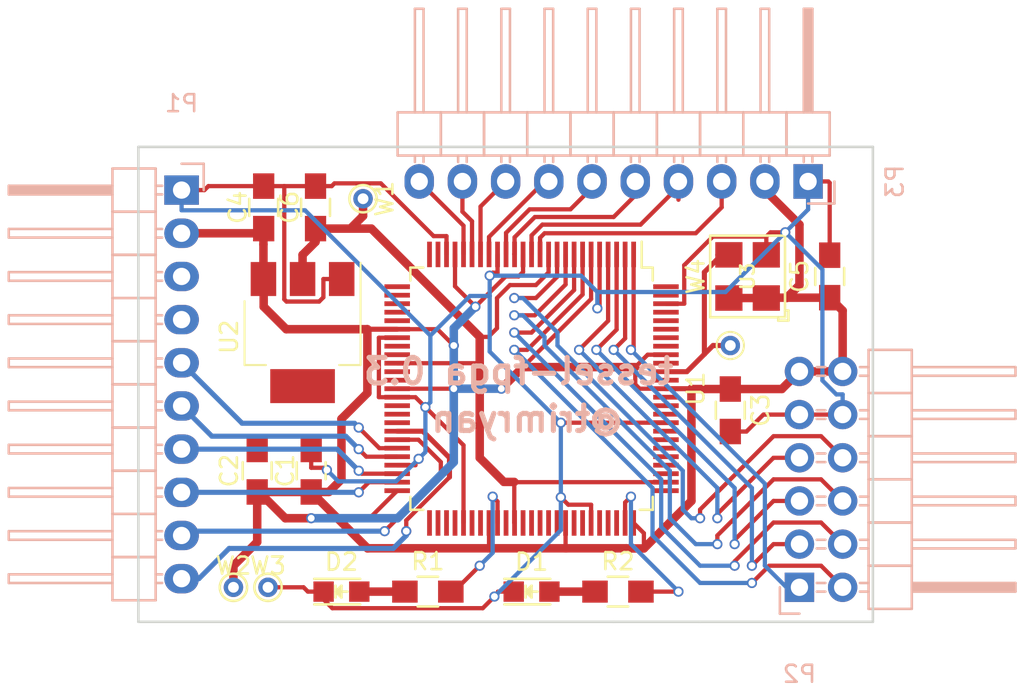
<source format=kicad_pcb>
(kicad_pcb (version 20171130) (host pcbnew "(5.1.12)-1")

  (general
    (thickness 1.6)
    (drawings 9)
    (tracks 433)
    (zones 0)
    (modules 20)
    (nets 31)
  )

  (page A4)
  (layers
    (0 F.Cu signal)
    (31 B.Cu signal)
    (32 B.Adhes user)
    (33 F.Adhes user hide)
    (34 B.Paste user)
    (35 F.Paste user)
    (36 B.SilkS user)
    (37 F.SilkS user)
    (38 B.Mask user)
    (39 F.Mask user)
    (40 Dwgs.User user)
    (41 Cmts.User user)
    (42 Eco1.User user)
    (43 Eco2.User user)
    (44 Edge.Cuts user)
    (45 Margin user)
    (46 B.CrtYd user)
    (47 F.CrtYd user)
    (48 B.Fab user)
    (49 F.Fab user)
  )

  (setup
    (last_trace_width 0.25)
    (user_trace_width 0.25)
    (user_trace_width 0.3)
    (user_trace_width 0.35)
    (user_trace_width 0.4)
    (user_trace_width 0.5)
    (trace_clearance 0.2)
    (zone_clearance 0.508)
    (zone_45_only no)
    (trace_min 0.2)
    (via_size 0.6)
    (via_drill 0.4)
    (via_min_size 0.4)
    (via_min_drill 0.3)
    (uvia_size 0.3)
    (uvia_drill 0.1)
    (uvias_allowed no)
    (uvia_min_size 0.2)
    (uvia_min_drill 0.1)
    (edge_width 0.15)
    (segment_width 0.2)
    (pcb_text_width 0.3)
    (pcb_text_size 1.5 1.5)
    (mod_edge_width 0.15)
    (mod_text_size 1 1)
    (mod_text_width 0.15)
    (pad_size 1.524 1.524)
    (pad_drill 0.762)
    (pad_to_mask_clearance 0.2)
    (aux_axis_origin 0 0)
    (grid_origin 147.574 115.316)
    (visible_elements 7FFFFFFF)
    (pcbplotparams
      (layerselection 0x00030_80000001)
      (usegerberextensions false)
      (usegerberattributes true)
      (usegerberadvancedattributes true)
      (creategerberjobfile true)
      (excludeedgelayer true)
      (linewidth 0.100000)
      (plotframeref false)
      (viasonmask false)
      (mode 1)
      (useauxorigin false)
      (hpglpennumber 1)
      (hpglpenspeed 20)
      (hpglpendiameter 15.000000)
      (psnegative false)
      (psa4output false)
      (plotreference true)
      (plotvalue true)
      (plotinvisibletext false)
      (padsonsilk false)
      (subtractmaskfromsilk false)
      (outputformat 1)
      (mirror false)
      (drillshape 0)
      (scaleselection 1)
      (outputdirectory "gerbers/"))
  )

  (net 0 "")
  (net 1 "Net-(U1-Pad90)")
  (net 2 GND)
  (net 3 "Net-(P1-Pad5)")
  (net 4 "Net-(P1-Pad6)")
  (net 5 "Net-(P1-Pad7)")
  (net 6 "Net-(P1-Pad8)")
  (net 7 CRESET)
  (net 8 PMOD1)
  (net 9 PMOD7)
  (net 10 PMOD2)
  (net 11 PMOD8)
  (net 12 PMOD3)
  (net 13 PMOD9)
  (net 14 PMOD4)
  (net 15 PMOD10)
  (net 16 +1V2)
  (net 17 "Net-(D1-Pad2)")
  (net 18 "Net-(D2-Pad2)")
  (net 19 LED1)
  (net 20 LED2)
  (net 21 BANK_IO)
  (net 22 MOD1)
  (net 23 MOD2)
  (net 24 MOD3)
  (net 25 MOD4)
  (net 26 MOD5)
  (net 27 MOD6)
  (net 28 MOD7)
  (net 29 MOD8)
  (net 30 CDONE)

  (net_class Default "This is the default net class."
    (clearance 0.2)
    (trace_width 0.25)
    (via_dia 0.6)
    (via_drill 0.4)
    (uvia_dia 0.3)
    (uvia_drill 0.1)
    (add_net +1V2)
    (add_net BANK_IO)
    (add_net CDONE)
    (add_net CRESET)
    (add_net GND)
    (add_net LED1)
    (add_net LED2)
    (add_net MOD1)
    (add_net MOD2)
    (add_net MOD3)
    (add_net MOD4)
    (add_net MOD5)
    (add_net MOD6)
    (add_net MOD7)
    (add_net MOD8)
    (add_net "Net-(D1-Pad2)")
    (add_net "Net-(D2-Pad2)")
    (add_net "Net-(P1-Pad5)")
    (add_net "Net-(P1-Pad6)")
    (add_net "Net-(P1-Pad7)")
    (add_net "Net-(P1-Pad8)")
    (add_net "Net-(U1-Pad90)")
    (add_net PMOD1)
    (add_net PMOD10)
    (add_net PMOD2)
    (add_net PMOD3)
    (add_net PMOD4)
    (add_net PMOD7)
    (add_net PMOD8)
    (add_net PMOD9)
  )

  (module Pin_Headers:Pin_Header_Angled_1x10 (layer B.Cu) (tedit 0) (tstamp 585FFEFE)
    (at 135.89 96.52 180)
    (descr "Through hole pin header")
    (tags "pin header")
    (path /585FFE81)
    (fp_text reference P1 (at 0 5.1 180) (layer B.SilkS)
      (effects (font (size 1 1) (thickness 0.15)) (justify mirror))
    )
    (fp_text value CONN_01X10 (at 0 3.1 180) (layer B.Fab)
      (effects (font (size 1 1) (thickness 0.15)) (justify mirror))
    )
    (fp_line (start 1.524 -3.81) (end 4.064 -3.81) (layer B.SilkS) (width 0.15))
    (fp_line (start 1.524 -3.81) (end 1.524 -6.35) (layer B.SilkS) (width 0.15))
    (fp_line (start 1.524 -6.35) (end 4.064 -6.35) (layer B.SilkS) (width 0.15))
    (fp_line (start 4.064 -4.826) (end 10.16 -4.826) (layer B.SilkS) (width 0.15))
    (fp_line (start 10.16 -4.826) (end 10.16 -5.334) (layer B.SilkS) (width 0.15))
    (fp_line (start 10.16 -5.334) (end 4.064 -5.334) (layer B.SilkS) (width 0.15))
    (fp_line (start 4.064 -6.35) (end 4.064 -3.81) (layer B.SilkS) (width 0.15))
    (fp_line (start 4.064 -8.89) (end 4.064 -6.35) (layer B.SilkS) (width 0.15))
    (fp_line (start 10.16 -7.874) (end 4.064 -7.874) (layer B.SilkS) (width 0.15))
    (fp_line (start 10.16 -7.366) (end 10.16 -7.874) (layer B.SilkS) (width 0.15))
    (fp_line (start 4.064 -7.366) (end 10.16 -7.366) (layer B.SilkS) (width 0.15))
    (fp_line (start 1.524 -8.89) (end 4.064 -8.89) (layer B.SilkS) (width 0.15))
    (fp_line (start 1.524 -6.35) (end 1.524 -8.89) (layer B.SilkS) (width 0.15))
    (fp_line (start 1.524 -6.35) (end 4.064 -6.35) (layer B.SilkS) (width 0.15))
    (fp_line (start 1.524 -11.43) (end 4.064 -11.43) (layer B.SilkS) (width 0.15))
    (fp_line (start 1.524 -11.43) (end 1.524 -13.97) (layer B.SilkS) (width 0.15))
    (fp_line (start 1.524 -13.97) (end 4.064 -13.97) (layer B.SilkS) (width 0.15))
    (fp_line (start 4.064 -12.446) (end 10.16 -12.446) (layer B.SilkS) (width 0.15))
    (fp_line (start 10.16 -12.446) (end 10.16 -12.954) (layer B.SilkS) (width 0.15))
    (fp_line (start 10.16 -12.954) (end 4.064 -12.954) (layer B.SilkS) (width 0.15))
    (fp_line (start 4.064 -13.97) (end 4.064 -11.43) (layer B.SilkS) (width 0.15))
    (fp_line (start 4.064 -11.43) (end 4.064 -8.89) (layer B.SilkS) (width 0.15))
    (fp_line (start 10.16 -10.414) (end 4.064 -10.414) (layer B.SilkS) (width 0.15))
    (fp_line (start 10.16 -9.906) (end 10.16 -10.414) (layer B.SilkS) (width 0.15))
    (fp_line (start 4.064 -9.906) (end 10.16 -9.906) (layer B.SilkS) (width 0.15))
    (fp_line (start 1.524 -11.43) (end 4.064 -11.43) (layer B.SilkS) (width 0.15))
    (fp_line (start 1.524 -8.89) (end 1.524 -11.43) (layer B.SilkS) (width 0.15))
    (fp_line (start 1.524 -8.89) (end 4.064 -8.89) (layer B.SilkS) (width 0.15))
    (fp_line (start 1.524 1.27) (end 1.524 -1.27) (layer B.SilkS) (width 0.15))
    (fp_line (start 1.524 -1.27) (end 4.064 -1.27) (layer B.SilkS) (width 0.15))
    (fp_line (start 4.064 0.254) (end 10.16 0.254) (layer B.SilkS) (width 0.15))
    (fp_line (start 10.16 0.254) (end 10.16 -0.254) (layer B.SilkS) (width 0.15))
    (fp_line (start 10.16 -0.254) (end 4.064 -0.254) (layer B.SilkS) (width 0.15))
    (fp_line (start 4.064 -1.27) (end 4.064 1.27) (layer B.SilkS) (width 0.15))
    (fp_line (start 4.064 -3.81) (end 4.064 -1.27) (layer B.SilkS) (width 0.15))
    (fp_line (start 10.16 -2.794) (end 4.064 -2.794) (layer B.SilkS) (width 0.15))
    (fp_line (start 10.16 -2.286) (end 10.16 -2.794) (layer B.SilkS) (width 0.15))
    (fp_line (start 4.064 -2.286) (end 10.16 -2.286) (layer B.SilkS) (width 0.15))
    (fp_line (start 1.524 -3.81) (end 4.064 -3.81) (layer B.SilkS) (width 0.15))
    (fp_line (start 1.524 -1.27) (end 1.524 -3.81) (layer B.SilkS) (width 0.15))
    (fp_line (start 1.524 -1.27) (end 4.064 -1.27) (layer B.SilkS) (width 0.15))
    (fp_line (start 1.524 1.27) (end 4.064 1.27) (layer B.SilkS) (width 0.15))
    (fp_line (start 1.524 -24.13) (end 4.064 -24.13) (layer B.SilkS) (width 0.15))
    (fp_line (start 1.524 -19.05) (end 4.064 -19.05) (layer B.SilkS) (width 0.15))
    (fp_line (start 1.524 -19.05) (end 1.524 -21.59) (layer B.SilkS) (width 0.15))
    (fp_line (start 1.524 -21.59) (end 4.064 -21.59) (layer B.SilkS) (width 0.15))
    (fp_line (start 4.064 -20.066) (end 10.16 -20.066) (layer B.SilkS) (width 0.15))
    (fp_line (start 10.16 -20.066) (end 10.16 -20.574) (layer B.SilkS) (width 0.15))
    (fp_line (start 10.16 -20.574) (end 4.064 -20.574) (layer B.SilkS) (width 0.15))
    (fp_line (start 4.064 -21.59) (end 4.064 -19.05) (layer B.SilkS) (width 0.15))
    (fp_line (start 4.064 -24.13) (end 4.064 -21.59) (layer B.SilkS) (width 0.15))
    (fp_line (start 10.16 -23.114) (end 4.064 -23.114) (layer B.SilkS) (width 0.15))
    (fp_line (start 10.16 -22.606) (end 10.16 -23.114) (layer B.SilkS) (width 0.15))
    (fp_line (start 4.064 -22.606) (end 10.16 -22.606) (layer B.SilkS) (width 0.15))
    (fp_line (start 1.524 -21.59) (end 1.524 -24.13) (layer B.SilkS) (width 0.15))
    (fp_line (start 1.524 -21.59) (end 4.064 -21.59) (layer B.SilkS) (width 0.15))
    (fp_line (start 1.524 -16.51) (end 4.064 -16.51) (layer B.SilkS) (width 0.15))
    (fp_line (start 1.524 -16.51) (end 1.524 -19.05) (layer B.SilkS) (width 0.15))
    (fp_line (start 1.524 -19.05) (end 4.064 -19.05) (layer B.SilkS) (width 0.15))
    (fp_line (start 4.064 -17.526) (end 10.16 -17.526) (layer B.SilkS) (width 0.15))
    (fp_line (start 10.16 -17.526) (end 10.16 -18.034) (layer B.SilkS) (width 0.15))
    (fp_line (start 10.16 -18.034) (end 4.064 -18.034) (layer B.SilkS) (width 0.15))
    (fp_line (start 4.064 -19.05) (end 4.064 -16.51) (layer B.SilkS) (width 0.15))
    (fp_line (start 4.064 -16.51) (end 4.064 -13.97) (layer B.SilkS) (width 0.15))
    (fp_line (start 10.16 -15.494) (end 4.064 -15.494) (layer B.SilkS) (width 0.15))
    (fp_line (start 10.16 -14.986) (end 10.16 -15.494) (layer B.SilkS) (width 0.15))
    (fp_line (start 4.064 -14.986) (end 10.16 -14.986) (layer B.SilkS) (width 0.15))
    (fp_line (start 1.524 -16.51) (end 4.064 -16.51) (layer B.SilkS) (width 0.15))
    (fp_line (start 1.524 -13.97) (end 1.524 -16.51) (layer B.SilkS) (width 0.15))
    (fp_line (start 1.524 -13.97) (end 4.064 -13.97) (layer B.SilkS) (width 0.15))
    (fp_line (start 1.524 -7.366) (end 1.143 -7.366) (layer B.SilkS) (width 0.15))
    (fp_line (start 1.524 -7.874) (end 1.143 -7.874) (layer B.SilkS) (width 0.15))
    (fp_line (start 1.524 -9.906) (end 1.143 -9.906) (layer B.SilkS) (width 0.15))
    (fp_line (start 1.524 -10.414) (end 1.143 -10.414) (layer B.SilkS) (width 0.15))
    (fp_line (start 1.524 -12.446) (end 1.143 -12.446) (layer B.SilkS) (width 0.15))
    (fp_line (start 1.524 -12.954) (end 1.143 -12.954) (layer B.SilkS) (width 0.15))
    (fp_line (start 1.524 -14.986) (end 1.143 -14.986) (layer B.SilkS) (width 0.15))
    (fp_line (start 1.524 -15.494) (end 1.143 -15.494) (layer B.SilkS) (width 0.15))
    (fp_line (start 1.524 -5.334) (end 1.143 -5.334) (layer B.SilkS) (width 0.15))
    (fp_line (start 1.524 -4.826) (end 1.143 -4.826) (layer B.SilkS) (width 0.15))
    (fp_line (start 1.524 -2.794) (end 1.143 -2.794) (layer B.SilkS) (width 0.15))
    (fp_line (start 1.524 -2.286) (end 1.143 -2.286) (layer B.SilkS) (width 0.15))
    (fp_line (start 1.524 -0.254) (end 1.143 -0.254) (layer B.SilkS) (width 0.15))
    (fp_line (start 1.524 0.254) (end 1.143 0.254) (layer B.SilkS) (width 0.15))
    (fp_line (start 1.524 -23.114) (end 1.143 -23.114) (layer B.SilkS) (width 0.15))
    (fp_line (start 1.524 -22.606) (end 1.143 -22.606) (layer B.SilkS) (width 0.15))
    (fp_line (start 1.524 -20.574) (end 1.143 -20.574) (layer B.SilkS) (width 0.15))
    (fp_line (start 1.524 -20.066) (end 1.143 -20.066) (layer B.SilkS) (width 0.15))
    (fp_line (start 1.524 -18.034) (end 1.143 -18.034) (layer B.SilkS) (width 0.15))
    (fp_line (start 1.524 -17.526) (end 1.143 -17.526) (layer B.SilkS) (width 0.15))
    (fp_line (start 4.191 0) (end 10.033 0) (layer B.SilkS) (width 0.15))
    (fp_line (start 4.191 -0.127) (end 4.191 0) (layer B.SilkS) (width 0.15))
    (fp_line (start 10.033 -0.127) (end 4.191 -0.127) (layer B.SilkS) (width 0.15))
    (fp_line (start 10.033 0.127) (end 10.033 -0.127) (layer B.SilkS) (width 0.15))
    (fp_line (start 4.191 0.127) (end 10.033 0.127) (layer B.SilkS) (width 0.15))
    (fp_line (start 0 1.55) (end -1.3 1.55) (layer B.SilkS) (width 0.15))
    (fp_line (start -1.3 1.55) (end -1.3 0) (layer B.SilkS) (width 0.15))
    (fp_line (start -1.5 -24.65) (end 10.65 -24.65) (layer B.CrtYd) (width 0.05))
    (fp_line (start -1.5 1.75) (end 10.65 1.75) (layer B.CrtYd) (width 0.05))
    (fp_line (start 10.65 1.75) (end 10.65 -24.65) (layer B.CrtYd) (width 0.05))
    (fp_line (start -1.5 1.75) (end -1.5 -24.65) (layer B.CrtYd) (width 0.05))
    (pad 1 thru_hole rect (at 0 0 180) (size 2.032 1.7272) (drill 1.016) (layers *.Cu *.Mask)
      (net 2 GND))
    (pad 2 thru_hole oval (at 0 -2.54 180) (size 2.032 1.7272) (drill 1.016) (layers *.Cu *.Mask)
      (net 21 BANK_IO))
    (pad 3 thru_hole oval (at 0 -5.08 180) (size 2.032 1.7272) (drill 1.016) (layers *.Cu *.Mask))
    (pad 4 thru_hole oval (at 0 -7.62 180) (size 2.032 1.7272) (drill 1.016) (layers *.Cu *.Mask))
    (pad 5 thru_hole oval (at 0 -10.16 180) (size 2.032 1.7272) (drill 1.016) (layers *.Cu *.Mask)
      (net 3 "Net-(P1-Pad5)"))
    (pad 6 thru_hole oval (at 0 -12.7 180) (size 2.032 1.7272) (drill 1.016) (layers *.Cu *.Mask)
      (net 4 "Net-(P1-Pad6)"))
    (pad 7 thru_hole oval (at 0 -15.24 180) (size 2.032 1.7272) (drill 1.016) (layers *.Cu *.Mask)
      (net 5 "Net-(P1-Pad7)"))
    (pad 8 thru_hole oval (at 0 -17.78 180) (size 2.032 1.7272) (drill 1.016) (layers *.Cu *.Mask)
      (net 6 "Net-(P1-Pad8)"))
    (pad 9 thru_hole oval (at 0 -20.32 180) (size 2.032 1.7272) (drill 1.016) (layers *.Cu *.Mask)
      (net 7 CRESET))
    (pad 10 thru_hole oval (at 0 -22.86 180) (size 2.032 1.7272) (drill 1.016) (layers *.Cu *.Mask)
      (net 30 CDONE))
    (model Pin_Headers.3dshapes/Pin_Header_Angled_1x10.wrl
      (offset (xyz 0 -11.42999982833862 0))
      (scale (xyz 1 1 1))
      (rotate (xyz 0 0 90))
    )
  )

  (module Pin_Headers:Pin_Header_Angled_2x06 (layer B.Cu) (tedit 0) (tstamp 585FFF0E)
    (at 172.212 119.888)
    (descr "Through hole pin header")
    (tags "pin header")
    (path /585FFEB8)
    (fp_text reference P2 (at 0 5.1) (layer B.SilkS)
      (effects (font (size 1 1) (thickness 0.15)) (justify mirror))
    )
    (fp_text value CONN_02X06 (at 0 3.1) (layer B.Fab)
      (effects (font (size 1 1) (thickness 0.15)) (justify mirror))
    )
    (fp_line (start 4.064 1.27) (end 6.604 1.27) (layer B.SilkS) (width 0.15))
    (fp_line (start 4.064 1.27) (end 4.064 -1.27) (layer B.SilkS) (width 0.15))
    (fp_line (start 4.064 -1.27) (end 6.604 -1.27) (layer B.SilkS) (width 0.15))
    (fp_line (start 6.604 0.254) (end 12.7 0.254) (layer B.SilkS) (width 0.15))
    (fp_line (start 12.7 0.254) (end 12.7 -0.254) (layer B.SilkS) (width 0.15))
    (fp_line (start 12.7 -0.254) (end 6.604 -0.254) (layer B.SilkS) (width 0.15))
    (fp_line (start 6.604 -1.27) (end 6.604 1.27) (layer B.SilkS) (width 0.15))
    (fp_line (start 6.604 -3.81) (end 6.604 -1.27) (layer B.SilkS) (width 0.15))
    (fp_line (start 12.7 -2.794) (end 6.604 -2.794) (layer B.SilkS) (width 0.15))
    (fp_line (start 12.7 -2.286) (end 12.7 -2.794) (layer B.SilkS) (width 0.15))
    (fp_line (start 6.604 -2.286) (end 12.7 -2.286) (layer B.SilkS) (width 0.15))
    (fp_line (start 4.064 -3.81) (end 6.604 -3.81) (layer B.SilkS) (width 0.15))
    (fp_line (start 4.064 -1.27) (end 4.064 -3.81) (layer B.SilkS) (width 0.15))
    (fp_line (start 4.064 -1.27) (end 6.604 -1.27) (layer B.SilkS) (width 0.15))
    (fp_line (start 4.064 -6.35) (end 6.604 -6.35) (layer B.SilkS) (width 0.15))
    (fp_line (start 4.064 -6.35) (end 4.064 -8.89) (layer B.SilkS) (width 0.15))
    (fp_line (start 4.064 -8.89) (end 6.604 -8.89) (layer B.SilkS) (width 0.15))
    (fp_line (start 6.604 -7.366) (end 12.7 -7.366) (layer B.SilkS) (width 0.15))
    (fp_line (start 12.7 -7.366) (end 12.7 -7.874) (layer B.SilkS) (width 0.15))
    (fp_line (start 12.7 -7.874) (end 6.604 -7.874) (layer B.SilkS) (width 0.15))
    (fp_line (start 6.604 -8.89) (end 6.604 -6.35) (layer B.SilkS) (width 0.15))
    (fp_line (start 6.604 -6.35) (end 6.604 -3.81) (layer B.SilkS) (width 0.15))
    (fp_line (start 12.7 -5.334) (end 6.604 -5.334) (layer B.SilkS) (width 0.15))
    (fp_line (start 12.7 -4.826) (end 12.7 -5.334) (layer B.SilkS) (width 0.15))
    (fp_line (start 6.604 -4.826) (end 12.7 -4.826) (layer B.SilkS) (width 0.15))
    (fp_line (start 4.064 -6.35) (end 6.604 -6.35) (layer B.SilkS) (width 0.15))
    (fp_line (start 4.064 -3.81) (end 4.064 -6.35) (layer B.SilkS) (width 0.15))
    (fp_line (start 4.064 -3.81) (end 6.604 -3.81) (layer B.SilkS) (width 0.15))
    (fp_line (start 4.064 -13.97) (end 6.604 -13.97) (layer B.SilkS) (width 0.15))
    (fp_line (start 4.064 -11.43) (end 6.604 -11.43) (layer B.SilkS) (width 0.15))
    (fp_line (start 4.064 -11.43) (end 4.064 -13.97) (layer B.SilkS) (width 0.15))
    (fp_line (start 6.604 -12.446) (end 12.7 -12.446) (layer B.SilkS) (width 0.15))
    (fp_line (start 12.7 -12.446) (end 12.7 -12.954) (layer B.SilkS) (width 0.15))
    (fp_line (start 12.7 -12.954) (end 6.604 -12.954) (layer B.SilkS) (width 0.15))
    (fp_line (start 6.604 -13.97) (end 6.604 -11.43) (layer B.SilkS) (width 0.15))
    (fp_line (start 6.604 -11.43) (end 6.604 -8.89) (layer B.SilkS) (width 0.15))
    (fp_line (start 12.7 -10.414) (end 6.604 -10.414) (layer B.SilkS) (width 0.15))
    (fp_line (start 12.7 -9.906) (end 12.7 -10.414) (layer B.SilkS) (width 0.15))
    (fp_line (start 6.604 -9.906) (end 12.7 -9.906) (layer B.SilkS) (width 0.15))
    (fp_line (start 4.064 -11.43) (end 6.604 -11.43) (layer B.SilkS) (width 0.15))
    (fp_line (start 4.064 -8.89) (end 4.064 -11.43) (layer B.SilkS) (width 0.15))
    (fp_line (start 4.064 -8.89) (end 6.604 -8.89) (layer B.SilkS) (width 0.15))
    (fp_line (start 6.731 0) (end 12.573 0) (layer B.SilkS) (width 0.15))
    (fp_line (start 6.731 -0.127) (end 6.731 0) (layer B.SilkS) (width 0.15))
    (fp_line (start 12.573 -0.127) (end 6.731 -0.127) (layer B.SilkS) (width 0.15))
    (fp_line (start 12.573 0.127) (end 12.573 -0.127) (layer B.SilkS) (width 0.15))
    (fp_line (start 6.604 0.127) (end 12.573 0.127) (layer B.SilkS) (width 0.15))
    (fp_line (start -1.15 1.55) (end -1.15 0) (layer B.SilkS) (width 0.15))
    (fp_line (start 0 1.55) (end -1.15 1.55) (layer B.SilkS) (width 0.15))
    (fp_line (start 4.064 -4.826) (end 3.556 -4.826) (layer B.SilkS) (width 0.15))
    (fp_line (start 4.064 -5.334) (end 3.556 -5.334) (layer B.SilkS) (width 0.15))
    (fp_line (start 4.064 -7.366) (end 3.556 -7.366) (layer B.SilkS) (width 0.15))
    (fp_line (start 4.064 -7.874) (end 3.556 -7.874) (layer B.SilkS) (width 0.15))
    (fp_line (start 4.064 -2.794) (end 3.556 -2.794) (layer B.SilkS) (width 0.15))
    (fp_line (start 4.064 -2.286) (end 3.556 -2.286) (layer B.SilkS) (width 0.15))
    (fp_line (start 4.064 -0.254) (end 3.556 -0.254) (layer B.SilkS) (width 0.15))
    (fp_line (start 4.064 0.254) (end 3.556 0.254) (layer B.SilkS) (width 0.15))
    (fp_line (start 4.064 -9.906) (end 3.556 -9.906) (layer B.SilkS) (width 0.15))
    (fp_line (start 4.064 -10.414) (end 3.556 -10.414) (layer B.SilkS) (width 0.15))
    (fp_line (start 4.064 -12.446) (end 3.556 -12.446) (layer B.SilkS) (width 0.15))
    (fp_line (start 4.064 -12.954) (end 3.556 -12.954) (layer B.SilkS) (width 0.15))
    (fp_line (start 1.524 -2.286) (end 1.016 -2.286) (layer B.SilkS) (width 0.15))
    (fp_line (start 1.524 -2.794) (end 1.016 -2.794) (layer B.SilkS) (width 0.15))
    (fp_line (start 1.524 -4.826) (end 1.016 -4.826) (layer B.SilkS) (width 0.15))
    (fp_line (start 1.524 -5.334) (end 1.016 -5.334) (layer B.SilkS) (width 0.15))
    (fp_line (start 1.524 -0.254) (end 1.016 -0.254) (layer B.SilkS) (width 0.15))
    (fp_line (start 1.524 0.254) (end 1.016 0.254) (layer B.SilkS) (width 0.15))
    (fp_line (start 1.524 -7.366) (end 1.016 -7.366) (layer B.SilkS) (width 0.15))
    (fp_line (start 1.524 -7.874) (end 1.016 -7.874) (layer B.SilkS) (width 0.15))
    (fp_line (start 1.524 -9.906) (end 1.016 -9.906) (layer B.SilkS) (width 0.15))
    (fp_line (start 1.524 -10.414) (end 1.016 -10.414) (layer B.SilkS) (width 0.15))
    (fp_line (start 1.524 -12.954) (end 1.016 -12.954) (layer B.SilkS) (width 0.15))
    (fp_line (start 1.524 -12.446) (end 1.016 -12.446) (layer B.SilkS) (width 0.15))
    (fp_line (start -1.35 -14.45) (end 13.2 -14.45) (layer B.CrtYd) (width 0.05))
    (fp_line (start -1.35 1.75) (end 13.2 1.75) (layer B.CrtYd) (width 0.05))
    (fp_line (start 13.2 1.75) (end 13.2 -14.45) (layer B.CrtYd) (width 0.05))
    (fp_line (start -1.35 1.75) (end -1.35 -14.45) (layer B.CrtYd) (width 0.05))
    (pad 1 thru_hole rect (at 0 0) (size 1.7272 1.7272) (drill 1.016) (layers *.Cu *.Mask)
      (net 8 PMOD1))
    (pad 2 thru_hole oval (at 2.54 0) (size 1.7272 1.7272) (drill 1.016) (layers *.Cu *.Mask)
      (net 9 PMOD7))
    (pad 3 thru_hole oval (at 0 -2.54) (size 1.7272 1.7272) (drill 1.016) (layers *.Cu *.Mask)
      (net 10 PMOD2))
    (pad 4 thru_hole oval (at 2.54 -2.54) (size 1.7272 1.7272) (drill 1.016) (layers *.Cu *.Mask)
      (net 11 PMOD8))
    (pad 5 thru_hole oval (at 0 -5.08) (size 1.7272 1.7272) (drill 1.016) (layers *.Cu *.Mask)
      (net 12 PMOD3))
    (pad 6 thru_hole oval (at 2.54 -5.08) (size 1.7272 1.7272) (drill 1.016) (layers *.Cu *.Mask)
      (net 13 PMOD9))
    (pad 7 thru_hole oval (at 0 -7.62) (size 1.7272 1.7272) (drill 1.016) (layers *.Cu *.Mask)
      (net 14 PMOD4))
    (pad 8 thru_hole oval (at 2.54 -7.62) (size 1.7272 1.7272) (drill 1.016) (layers *.Cu *.Mask)
      (net 15 PMOD10))
    (pad 9 thru_hole oval (at 0 -10.16) (size 1.7272 1.7272) (drill 1.016) (layers *.Cu *.Mask)
      (net 2 GND))
    (pad 10 thru_hole oval (at 2.54 -10.16) (size 1.7272 1.7272) (drill 1.016) (layers *.Cu *.Mask)
      (net 2 GND))
    (pad 11 thru_hole oval (at 0 -12.7) (size 1.7272 1.7272) (drill 1.016) (layers *.Cu *.Mask)
      (net 21 BANK_IO))
    (pad 12 thru_hole oval (at 2.54 -12.7) (size 1.7272 1.7272) (drill 1.016) (layers *.Cu *.Mask)
      (net 21 BANK_IO))
    (model Pin_Headers.3dshapes/Pin_Header_Angled_2x06.wrl
      (offset (xyz 1.269999980926514 -6.349999904632568 0))
      (scale (xyz 1 1 1))
      (rotate (xyz 0 0 90))
    )
  )

  (module Capacitors_SMD:C_0805_HandSoldering (layer F.Cu) (tedit 58C8825D) (tstamp 58602BD7)
    (at 143.51 113.03 90)
    (descr "Capacitor SMD 0805, hand soldering")
    (tags "capacitor 0805")
    (path /58603467)
    (attr smd)
    (fp_text reference C1 (at 0 -1.524 90) (layer F.SilkS)
      (effects (font (size 1 1) (thickness 0.15)))
    )
    (fp_text value 0.1uF (at 0 2.1 90) (layer F.Fab)
      (effects (font (size 1 1) (thickness 0.15)))
    )
    (fp_line (start -0.5 0.85) (end 0.5 0.85) (layer F.SilkS) (width 0.15))
    (fp_line (start 0.5 -0.85) (end -0.5 -0.85) (layer F.SilkS) (width 0.15))
    (fp_line (start 2.3 -1) (end 2.3 1) (layer F.CrtYd) (width 0.05))
    (fp_line (start -2.3 -1) (end -2.3 1) (layer F.CrtYd) (width 0.05))
    (fp_line (start -2.3 1) (end 2.3 1) (layer F.CrtYd) (width 0.05))
    (fp_line (start -2.3 -1) (end 2.3 -1) (layer F.CrtYd) (width 0.05))
    (fp_line (start -1 -0.625) (end 1 -0.625) (layer F.Fab) (width 0.15))
    (fp_line (start 1 -0.625) (end 1 0.625) (layer F.Fab) (width 0.15))
    (fp_line (start 1 0.625) (end -1 0.625) (layer F.Fab) (width 0.15))
    (fp_line (start -1 0.625) (end -1 -0.625) (layer F.Fab) (width 0.15))
    (pad 1 smd rect (at -1.25 0 90) (size 1.5 1.25) (layers F.Cu F.Paste F.Mask)
      (net 21 BANK_IO))
    (pad 2 smd rect (at 1.25 0 90) (size 1.5 1.25) (layers F.Cu F.Paste F.Mask)
      (net 2 GND))
    (model Capacitors_SMD.3dshapes/C_0805_HandSoldering.wrl
      (at (xyz 0 0 0))
      (scale (xyz 1 1 1))
      (rotate (xyz 0 0 0))
    )
  )

  (module Capacitors_SMD:C_0805_HandSoldering (layer F.Cu) (tedit 58C8825F) (tstamp 58602BDC)
    (at 140.335 113.03 90)
    (descr "Capacitor SMD 0805, hand soldering")
    (tags "capacitor 0805")
    (path /58603A6F)
    (attr smd)
    (fp_text reference C2 (at 0 -1.651 90) (layer F.SilkS)
      (effects (font (size 1 1) (thickness 0.15)))
    )
    (fp_text value 0.1uF (at 0 2.1 90) (layer F.Fab)
      (effects (font (size 1 1) (thickness 0.15)))
    )
    (fp_line (start -0.5 0.85) (end 0.5 0.85) (layer F.SilkS) (width 0.15))
    (fp_line (start 0.5 -0.85) (end -0.5 -0.85) (layer F.SilkS) (width 0.15))
    (fp_line (start 2.3 -1) (end 2.3 1) (layer F.CrtYd) (width 0.05))
    (fp_line (start -2.3 -1) (end -2.3 1) (layer F.CrtYd) (width 0.05))
    (fp_line (start -2.3 1) (end 2.3 1) (layer F.CrtYd) (width 0.05))
    (fp_line (start -2.3 -1) (end 2.3 -1) (layer F.CrtYd) (width 0.05))
    (fp_line (start -1 -0.625) (end 1 -0.625) (layer F.Fab) (width 0.15))
    (fp_line (start 1 -0.625) (end 1 0.625) (layer F.Fab) (width 0.15))
    (fp_line (start 1 0.625) (end -1 0.625) (layer F.Fab) (width 0.15))
    (fp_line (start -1 0.625) (end -1 -0.625) (layer F.Fab) (width 0.15))
    (pad 1 smd rect (at -1.25 0 90) (size 1.5 1.25) (layers F.Cu F.Paste F.Mask)
      (net 21 BANK_IO))
    (pad 2 smd rect (at 1.25 0 90) (size 1.5 1.25) (layers F.Cu F.Paste F.Mask)
      (net 2 GND))
    (model Capacitors_SMD.3dshapes/C_0805_HandSoldering.wrl
      (at (xyz 0 0 0))
      (scale (xyz 1 1 1))
      (rotate (xyz 0 0 0))
    )
  )

  (module Capacitors_SMD:C_0805_HandSoldering (layer F.Cu) (tedit 58C88271) (tstamp 58602BE1)
    (at 168.148 109.474 270)
    (descr "Capacitor SMD 0805, hand soldering")
    (tags "capacitor 0805")
    (path /5860358A)
    (attr smd)
    (fp_text reference C3 (at 0 -1.778 270) (layer F.SilkS)
      (effects (font (size 1 1) (thickness 0.15)))
    )
    (fp_text value 0.1uF (at 0 2.1 270) (layer F.Fab)
      (effects (font (size 1 1) (thickness 0.15)))
    )
    (fp_line (start -0.5 0.85) (end 0.5 0.85) (layer F.SilkS) (width 0.15))
    (fp_line (start 0.5 -0.85) (end -0.5 -0.85) (layer F.SilkS) (width 0.15))
    (fp_line (start 2.3 -1) (end 2.3 1) (layer F.CrtYd) (width 0.05))
    (fp_line (start -2.3 -1) (end -2.3 1) (layer F.CrtYd) (width 0.05))
    (fp_line (start -2.3 1) (end 2.3 1) (layer F.CrtYd) (width 0.05))
    (fp_line (start -2.3 -1) (end 2.3 -1) (layer F.CrtYd) (width 0.05))
    (fp_line (start -1 -0.625) (end 1 -0.625) (layer F.Fab) (width 0.15))
    (fp_line (start 1 -0.625) (end 1 0.625) (layer F.Fab) (width 0.15))
    (fp_line (start 1 0.625) (end -1 0.625) (layer F.Fab) (width 0.15))
    (fp_line (start -1 0.625) (end -1 -0.625) (layer F.Fab) (width 0.15))
    (pad 1 smd rect (at -1.25 0 270) (size 1.5 1.25) (layers F.Cu F.Paste F.Mask)
      (net 21 BANK_IO))
    (pad 2 smd rect (at 1.25 0 270) (size 1.5 1.25) (layers F.Cu F.Paste F.Mask)
      (net 2 GND))
    (model Capacitors_SMD.3dshapes/C_0805_HandSoldering.wrl
      (at (xyz 0 0 0))
      (scale (xyz 1 1 1))
      (rotate (xyz 0 0 0))
    )
  )

  (module LEDs:LED_0805 (layer F.Cu) (tedit 55BDE1C2) (tstamp 5860461A)
    (at 156.464 120.142)
    (descr "LED 0805 smd package")
    (tags "LED 0805 SMD")
    (path /58604929)
    (attr smd)
    (fp_text reference D1 (at 0 -1.75) (layer F.SilkS)
      (effects (font (size 1 1) (thickness 0.15)))
    )
    (fp_text value LED (at 0 1.75) (layer F.Fab)
      (effects (font (size 1 1) (thickness 0.15)))
    )
    (fp_line (start -1.9 -0.95) (end 1.9 -0.95) (layer F.CrtYd) (width 0.05))
    (fp_line (start -1.9 0.95) (end -1.9 -0.95) (layer F.CrtYd) (width 0.05))
    (fp_line (start 1.9 0.95) (end -1.9 0.95) (layer F.CrtYd) (width 0.05))
    (fp_line (start 1.9 -0.95) (end 1.9 0.95) (layer F.CrtYd) (width 0.05))
    (fp_line (start 0 0.35) (end -0.35 0) (layer F.SilkS) (width 0.15))
    (fp_line (start 0 -0.35) (end 0 0.35) (layer F.SilkS) (width 0.15))
    (fp_line (start -0.35 0) (end 0 -0.35) (layer F.SilkS) (width 0.15))
    (fp_line (start 0 0) (end 0.35 0) (layer F.SilkS) (width 0.15))
    (fp_line (start -0.35 -0.35) (end -0.35 0.35) (layer F.SilkS) (width 0.15))
    (fp_line (start -0.1 -0.1) (end -0.25 0.05) (layer F.SilkS) (width 0.15))
    (fp_line (start -0.1 0.15) (end -0.1 -0.1) (layer F.SilkS) (width 0.15))
    (fp_line (start -1.6 -0.75) (end 1.1 -0.75) (layer F.SilkS) (width 0.15))
    (fp_line (start -1.6 0.75) (end 1.1 0.75) (layer F.SilkS) (width 0.15))
    (fp_line (start -1 -0.6) (end -1 0.6) (layer F.Fab) (width 0.15))
    (fp_line (start -1 0.6) (end 1 0.6) (layer F.Fab) (width 0.15))
    (fp_line (start 1 0.6) (end 1 -0.6) (layer F.Fab) (width 0.15))
    (fp_line (start 1 -0.6) (end -1 -0.6) (layer F.Fab) (width 0.15))
    (fp_line (start 0 -0.3) (end 0 0.3) (layer F.Fab) (width 0.15))
    (fp_line (start 0 0.3) (end -0.3 0) (layer F.Fab) (width 0.15))
    (fp_line (start -0.3 0) (end 0 -0.3) (layer F.Fab) (width 0.15))
    (fp_line (start -0.4 -0.3) (end -0.4 0.3) (layer F.Fab) (width 0.15))
    (pad 2 smd rect (at 1.04902 0 180) (size 1.19888 1.19888) (layers F.Cu F.Paste F.Mask)
      (net 17 "Net-(D1-Pad2)"))
    (pad 1 smd rect (at -1.04902 0 180) (size 1.19888 1.19888) (layers F.Cu F.Paste F.Mask)
      (net 2 GND))
    (model LEDs.3dshapes/LED_0805.wrl
      (at (xyz 0 0 0))
      (scale (xyz 1 1 1))
      (rotate (xyz 0 0 0))
    )
  )

  (module LEDs:LED_0805 (layer F.Cu) (tedit 55BDE1C2) (tstamp 58604620)
    (at 145.288 120.142)
    (descr "LED 0805 smd package")
    (tags "LED 0805 SMD")
    (path /58604984)
    (attr smd)
    (fp_text reference D2 (at 0 -1.75) (layer F.SilkS)
      (effects (font (size 1 1) (thickness 0.15)))
    )
    (fp_text value LED (at 0 1.75) (layer F.Fab)
      (effects (font (size 1 1) (thickness 0.15)))
    )
    (fp_line (start -1.9 -0.95) (end 1.9 -0.95) (layer F.CrtYd) (width 0.05))
    (fp_line (start -1.9 0.95) (end -1.9 -0.95) (layer F.CrtYd) (width 0.05))
    (fp_line (start 1.9 0.95) (end -1.9 0.95) (layer F.CrtYd) (width 0.05))
    (fp_line (start 1.9 -0.95) (end 1.9 0.95) (layer F.CrtYd) (width 0.05))
    (fp_line (start 0 0.35) (end -0.35 0) (layer F.SilkS) (width 0.15))
    (fp_line (start 0 -0.35) (end 0 0.35) (layer F.SilkS) (width 0.15))
    (fp_line (start -0.35 0) (end 0 -0.35) (layer F.SilkS) (width 0.15))
    (fp_line (start 0 0) (end 0.35 0) (layer F.SilkS) (width 0.15))
    (fp_line (start -0.35 -0.35) (end -0.35 0.35) (layer F.SilkS) (width 0.15))
    (fp_line (start -0.1 -0.1) (end -0.25 0.05) (layer F.SilkS) (width 0.15))
    (fp_line (start -0.1 0.15) (end -0.1 -0.1) (layer F.SilkS) (width 0.15))
    (fp_line (start -1.6 -0.75) (end 1.1 -0.75) (layer F.SilkS) (width 0.15))
    (fp_line (start -1.6 0.75) (end 1.1 0.75) (layer F.SilkS) (width 0.15))
    (fp_line (start -1 -0.6) (end -1 0.6) (layer F.Fab) (width 0.15))
    (fp_line (start -1 0.6) (end 1 0.6) (layer F.Fab) (width 0.15))
    (fp_line (start 1 0.6) (end 1 -0.6) (layer F.Fab) (width 0.15))
    (fp_line (start 1 -0.6) (end -1 -0.6) (layer F.Fab) (width 0.15))
    (fp_line (start 0 -0.3) (end 0 0.3) (layer F.Fab) (width 0.15))
    (fp_line (start 0 0.3) (end -0.3 0) (layer F.Fab) (width 0.15))
    (fp_line (start -0.3 0) (end 0 -0.3) (layer F.Fab) (width 0.15))
    (fp_line (start -0.4 -0.3) (end -0.4 0.3) (layer F.Fab) (width 0.15))
    (pad 2 smd rect (at 1.04902 0 180) (size 1.19888 1.19888) (layers F.Cu F.Paste F.Mask)
      (net 18 "Net-(D2-Pad2)"))
    (pad 1 smd rect (at -1.04902 0 180) (size 1.19888 1.19888) (layers F.Cu F.Paste F.Mask)
      (net 2 GND))
    (model LEDs.3dshapes/LED_0805.wrl
      (at (xyz 0 0 0))
      (scale (xyz 1 1 1))
      (rotate (xyz 0 0 0))
    )
  )

  (module Resistors_SMD:R_0805_HandSoldering (layer F.Cu) (tedit 58C88266) (tstamp 58604626)
    (at 150.368 120.142 180)
    (descr "Resistor SMD 0805, hand soldering")
    (tags "resistor 0805")
    (path /586048A4)
    (attr smd)
    (fp_text reference R1 (at 0 1.778 180) (layer F.SilkS)
      (effects (font (size 1 1) (thickness 0.15)))
    )
    (fp_text value 10K (at 0 2.1 180) (layer F.Fab)
      (effects (font (size 1 1) (thickness 0.15)))
    )
    (fp_line (start -0.6 -0.875) (end 0.6 -0.875) (layer F.SilkS) (width 0.15))
    (fp_line (start 0.6 0.875) (end -0.6 0.875) (layer F.SilkS) (width 0.15))
    (fp_line (start 2.4 -1) (end 2.4 1) (layer F.CrtYd) (width 0.05))
    (fp_line (start -2.4 -1) (end -2.4 1) (layer F.CrtYd) (width 0.05))
    (fp_line (start -2.4 1) (end 2.4 1) (layer F.CrtYd) (width 0.05))
    (fp_line (start -2.4 -1) (end 2.4 -1) (layer F.CrtYd) (width 0.05))
    (fp_line (start -1 -0.625) (end 1 -0.625) (layer F.Fab) (width 0.1))
    (fp_line (start 1 -0.625) (end 1 0.625) (layer F.Fab) (width 0.1))
    (fp_line (start 1 0.625) (end -1 0.625) (layer F.Fab) (width 0.1))
    (fp_line (start -1 0.625) (end -1 -0.625) (layer F.Fab) (width 0.1))
    (pad 1 smd rect (at -1.35 0 180) (size 1.5 1.3) (layers F.Cu F.Paste F.Mask)
      (net 19 LED1))
    (pad 2 smd rect (at 1.35 0 180) (size 1.5 1.3) (layers F.Cu F.Paste F.Mask)
      (net 18 "Net-(D2-Pad2)"))
    (model Resistors_SMD.3dshapes/R_0805_HandSoldering.wrl
      (at (xyz 0 0 0))
      (scale (xyz 1 1 1))
      (rotate (xyz 0 0 0))
    )
  )

  (module Resistors_SMD:R_0805_HandSoldering (layer F.Cu) (tedit 58C8826A) (tstamp 5860462C)
    (at 161.544 120.142 180)
    (descr "Resistor SMD 0805, hand soldering")
    (tags "resistor 0805")
    (path /586047EA)
    (attr smd)
    (fp_text reference R2 (at 0 1.778 180) (layer F.SilkS)
      (effects (font (size 1 1) (thickness 0.15)))
    )
    (fp_text value 10K (at 0 2.1 180) (layer F.Fab)
      (effects (font (size 1 1) (thickness 0.15)))
    )
    (fp_line (start -0.6 -0.875) (end 0.6 -0.875) (layer F.SilkS) (width 0.15))
    (fp_line (start 0.6 0.875) (end -0.6 0.875) (layer F.SilkS) (width 0.15))
    (fp_line (start 2.4 -1) (end 2.4 1) (layer F.CrtYd) (width 0.05))
    (fp_line (start -2.4 -1) (end -2.4 1) (layer F.CrtYd) (width 0.05))
    (fp_line (start -2.4 1) (end 2.4 1) (layer F.CrtYd) (width 0.05))
    (fp_line (start -2.4 -1) (end 2.4 -1) (layer F.CrtYd) (width 0.05))
    (fp_line (start -1 -0.625) (end 1 -0.625) (layer F.Fab) (width 0.1))
    (fp_line (start 1 -0.625) (end 1 0.625) (layer F.Fab) (width 0.1))
    (fp_line (start 1 0.625) (end -1 0.625) (layer F.Fab) (width 0.1))
    (fp_line (start -1 0.625) (end -1 -0.625) (layer F.Fab) (width 0.1))
    (pad 1 smd rect (at -1.35 0 180) (size 1.5 1.3) (layers F.Cu F.Paste F.Mask)
      (net 20 LED2))
    (pad 2 smd rect (at 1.35 0 180) (size 1.5 1.3) (layers F.Cu F.Paste F.Mask)
      (net 17 "Net-(D1-Pad2)"))
    (model Resistors_SMD.3dshapes/R_0805_HandSoldering.wrl
      (at (xyz 0 0 0))
      (scale (xyz 1 1 1))
      (rotate (xyz 0 0 0))
    )
  )

  (module Pin_Headers:Pin_Header_Angled_1x10 (layer B.Cu) (tedit 5860474B) (tstamp 586047F8)
    (at 172.72 96.012 90)
    (descr "Through hole pin header")
    (tags "pin header")
    (path /58605344)
    (fp_text reference P3 (at 0 5.1 90) (layer B.SilkS)
      (effects (font (size 1 1) (thickness 0.15)) (justify mirror))
    )
    (fp_text value CONN_01X10 (at 0 3.1) (layer B.Fab)
      (effects (font (size 1 1) (thickness 0.15)) (justify mirror))
    )
    (fp_line (start 1.524 -3.81) (end 4.064 -3.81) (layer B.SilkS) (width 0.15))
    (fp_line (start 1.524 -3.81) (end 1.524 -6.35) (layer B.SilkS) (width 0.15))
    (fp_line (start 1.524 -6.35) (end 4.064 -6.35) (layer B.SilkS) (width 0.15))
    (fp_line (start 4.064 -4.826) (end 10.16 -4.826) (layer B.SilkS) (width 0.15))
    (fp_line (start 10.16 -4.826) (end 10.16 -5.334) (layer B.SilkS) (width 0.15))
    (fp_line (start 10.16 -5.334) (end 4.064 -5.334) (layer B.SilkS) (width 0.15))
    (fp_line (start 4.064 -6.35) (end 4.064 -3.81) (layer B.SilkS) (width 0.15))
    (fp_line (start 4.064 -8.89) (end 4.064 -6.35) (layer B.SilkS) (width 0.15))
    (fp_line (start 10.16 -7.874) (end 4.064 -7.874) (layer B.SilkS) (width 0.15))
    (fp_line (start 10.16 -7.366) (end 10.16 -7.874) (layer B.SilkS) (width 0.15))
    (fp_line (start 4.064 -7.366) (end 10.16 -7.366) (layer B.SilkS) (width 0.15))
    (fp_line (start 1.524 -8.89) (end 4.064 -8.89) (layer B.SilkS) (width 0.15))
    (fp_line (start 1.524 -6.35) (end 1.524 -8.89) (layer B.SilkS) (width 0.15))
    (fp_line (start 1.524 -6.35) (end 4.064 -6.35) (layer B.SilkS) (width 0.15))
    (fp_line (start 1.524 -11.43) (end 4.064 -11.43) (layer B.SilkS) (width 0.15))
    (fp_line (start 1.524 -11.43) (end 1.524 -13.97) (layer B.SilkS) (width 0.15))
    (fp_line (start 1.524 -13.97) (end 4.064 -13.97) (layer B.SilkS) (width 0.15))
    (fp_line (start 4.064 -12.446) (end 10.16 -12.446) (layer B.SilkS) (width 0.15))
    (fp_line (start 10.16 -12.446) (end 10.16 -12.954) (layer B.SilkS) (width 0.15))
    (fp_line (start 10.16 -12.954) (end 4.064 -12.954) (layer B.SilkS) (width 0.15))
    (fp_line (start 4.064 -13.97) (end 4.064 -11.43) (layer B.SilkS) (width 0.15))
    (fp_line (start 4.064 -11.43) (end 4.064 -8.89) (layer B.SilkS) (width 0.15))
    (fp_line (start 10.16 -10.414) (end 4.064 -10.414) (layer B.SilkS) (width 0.15))
    (fp_line (start 10.16 -9.906) (end 10.16 -10.414) (layer B.SilkS) (width 0.15))
    (fp_line (start 4.064 -9.906) (end 10.16 -9.906) (layer B.SilkS) (width 0.15))
    (fp_line (start 1.524 -11.43) (end 4.064 -11.43) (layer B.SilkS) (width 0.15))
    (fp_line (start 1.524 -8.89) (end 1.524 -11.43) (layer B.SilkS) (width 0.15))
    (fp_line (start 1.524 -8.89) (end 4.064 -8.89) (layer B.SilkS) (width 0.15))
    (fp_line (start 1.524 1.27) (end 1.524 -1.27) (layer B.SilkS) (width 0.15))
    (fp_line (start 1.524 -1.27) (end 4.064 -1.27) (layer B.SilkS) (width 0.15))
    (fp_line (start 4.064 0.254) (end 10.16 0.254) (layer B.SilkS) (width 0.15))
    (fp_line (start 10.16 0.254) (end 10.16 -0.254) (layer B.SilkS) (width 0.15))
    (fp_line (start 10.16 -0.254) (end 4.064 -0.254) (layer B.SilkS) (width 0.15))
    (fp_line (start 4.064 -1.27) (end 4.064 1.27) (layer B.SilkS) (width 0.15))
    (fp_line (start 4.064 -3.81) (end 4.064 -1.27) (layer B.SilkS) (width 0.15))
    (fp_line (start 10.16 -2.794) (end 4.064 -2.794) (layer B.SilkS) (width 0.15))
    (fp_line (start 10.16 -2.286) (end 10.16 -2.794) (layer B.SilkS) (width 0.15))
    (fp_line (start 4.064 -2.286) (end 10.16 -2.286) (layer B.SilkS) (width 0.15))
    (fp_line (start 1.524 -3.81) (end 4.064 -3.81) (layer B.SilkS) (width 0.15))
    (fp_line (start 1.524 -1.27) (end 1.524 -3.81) (layer B.SilkS) (width 0.15))
    (fp_line (start 1.524 -1.27) (end 4.064 -1.27) (layer B.SilkS) (width 0.15))
    (fp_line (start 1.524 1.27) (end 4.064 1.27) (layer B.SilkS) (width 0.15))
    (fp_line (start 1.524 -24.13) (end 4.064 -24.13) (layer B.SilkS) (width 0.15))
    (fp_line (start 1.524 -19.05) (end 4.064 -19.05) (layer B.SilkS) (width 0.15))
    (fp_line (start 1.524 -19.05) (end 1.524 -21.59) (layer B.SilkS) (width 0.15))
    (fp_line (start 1.524 -21.59) (end 4.064 -21.59) (layer B.SilkS) (width 0.15))
    (fp_line (start 4.064 -20.066) (end 10.16 -20.066) (layer B.SilkS) (width 0.15))
    (fp_line (start 10.16 -20.066) (end 10.16 -20.574) (layer B.SilkS) (width 0.15))
    (fp_line (start 10.16 -20.574) (end 4.064 -20.574) (layer B.SilkS) (width 0.15))
    (fp_line (start 4.064 -21.59) (end 4.064 -19.05) (layer B.SilkS) (width 0.15))
    (fp_line (start 4.064 -24.13) (end 4.064 -21.59) (layer B.SilkS) (width 0.15))
    (fp_line (start 10.16 -23.114) (end 4.064 -23.114) (layer B.SilkS) (width 0.15))
    (fp_line (start 10.16 -22.606) (end 10.16 -23.114) (layer B.SilkS) (width 0.15))
    (fp_line (start 4.064 -22.606) (end 10.16 -22.606) (layer B.SilkS) (width 0.15))
    (fp_line (start 1.524 -21.59) (end 1.524 -24.13) (layer B.SilkS) (width 0.15))
    (fp_line (start 1.524 -21.59) (end 4.064 -21.59) (layer B.SilkS) (width 0.15))
    (fp_line (start 1.524 -16.51) (end 4.064 -16.51) (layer B.SilkS) (width 0.15))
    (fp_line (start 1.524 -16.51) (end 1.524 -19.05) (layer B.SilkS) (width 0.15))
    (fp_line (start 1.524 -19.05) (end 4.064 -19.05) (layer B.SilkS) (width 0.15))
    (fp_line (start 4.064 -17.526) (end 10.16 -17.526) (layer B.SilkS) (width 0.15))
    (fp_line (start 10.16 -17.526) (end 10.16 -18.034) (layer B.SilkS) (width 0.15))
    (fp_line (start 10.16 -18.034) (end 4.064 -18.034) (layer B.SilkS) (width 0.15))
    (fp_line (start 4.064 -19.05) (end 4.064 -16.51) (layer B.SilkS) (width 0.15))
    (fp_line (start 4.064 -16.51) (end 4.064 -13.97) (layer B.SilkS) (width 0.15))
    (fp_line (start 10.16 -15.494) (end 4.064 -15.494) (layer B.SilkS) (width 0.15))
    (fp_line (start 10.16 -14.986) (end 10.16 -15.494) (layer B.SilkS) (width 0.15))
    (fp_line (start 4.064 -14.986) (end 10.16 -14.986) (layer B.SilkS) (width 0.15))
    (fp_line (start 1.524 -16.51) (end 4.064 -16.51) (layer B.SilkS) (width 0.15))
    (fp_line (start 1.524 -13.97) (end 1.524 -16.51) (layer B.SilkS) (width 0.15))
    (fp_line (start 1.524 -13.97) (end 4.064 -13.97) (layer B.SilkS) (width 0.15))
    (fp_line (start 1.524 -7.366) (end 1.143 -7.366) (layer B.SilkS) (width 0.15))
    (fp_line (start 1.524 -7.874) (end 1.143 -7.874) (layer B.SilkS) (width 0.15))
    (fp_line (start 1.524 -9.906) (end 1.143 -9.906) (layer B.SilkS) (width 0.15))
    (fp_line (start 1.524 -10.414) (end 1.143 -10.414) (layer B.SilkS) (width 0.15))
    (fp_line (start 1.524 -12.446) (end 1.143 -12.446) (layer B.SilkS) (width 0.15))
    (fp_line (start 1.524 -12.954) (end 1.143 -12.954) (layer B.SilkS) (width 0.15))
    (fp_line (start 1.524 -14.986) (end 1.143 -14.986) (layer B.SilkS) (width 0.15))
    (fp_line (start 1.524 -15.494) (end 1.143 -15.494) (layer B.SilkS) (width 0.15))
    (fp_line (start 1.524 -5.334) (end 1.143 -5.334) (layer B.SilkS) (width 0.15))
    (fp_line (start 1.524 -4.826) (end 1.143 -4.826) (layer B.SilkS) (width 0.15))
    (fp_line (start 1.524 -2.794) (end 1.143 -2.794) (layer B.SilkS) (width 0.15))
    (fp_line (start 1.524 -2.286) (end 1.143 -2.286) (layer B.SilkS) (width 0.15))
    (fp_line (start 1.524 -0.254) (end 1.143 -0.254) (layer B.SilkS) (width 0.15))
    (fp_line (start 1.524 0.254) (end 1.143 0.254) (layer B.SilkS) (width 0.15))
    (fp_line (start 1.524 -23.114) (end 1.143 -23.114) (layer B.SilkS) (width 0.15))
    (fp_line (start 1.524 -22.606) (end 1.143 -22.606) (layer B.SilkS) (width 0.15))
    (fp_line (start 1.524 -20.574) (end 1.143 -20.574) (layer B.SilkS) (width 0.15))
    (fp_line (start 1.524 -20.066) (end 1.143 -20.066) (layer B.SilkS) (width 0.15))
    (fp_line (start 1.524 -18.034) (end 1.143 -18.034) (layer B.SilkS) (width 0.15))
    (fp_line (start 1.524 -17.526) (end 1.143 -17.526) (layer B.SilkS) (width 0.15))
    (fp_line (start 4.191 0) (end 10.033 0) (layer B.SilkS) (width 0.15))
    (fp_line (start 4.191 -0.127) (end 4.191 0) (layer B.SilkS) (width 0.15))
    (fp_line (start 10.033 -0.127) (end 4.191 -0.127) (layer B.SilkS) (width 0.15))
    (fp_line (start 10.033 0.127) (end 10.033 -0.127) (layer B.SilkS) (width 0.15))
    (fp_line (start 4.191 0.127) (end 10.033 0.127) (layer B.SilkS) (width 0.15))
    (fp_line (start 0 1.55) (end -1.3 1.55) (layer B.SilkS) (width 0.15))
    (fp_line (start -1.3 1.55) (end -1.3 0) (layer B.SilkS) (width 0.15))
    (fp_line (start -1.5 -24.65) (end 10.65 -24.65) (layer B.CrtYd) (width 0.05))
    (fp_line (start -1.5 1.75) (end 10.65 1.75) (layer B.CrtYd) (width 0.05))
    (fp_line (start 10.65 1.75) (end 10.65 -24.65) (layer B.CrtYd) (width 0.05))
    (fp_line (start -1.5 1.75) (end -1.5 -24.65) (layer B.CrtYd) (width 0.05))
    (pad 1 thru_hole rect (at 0 0 90) (size 2.032 1.7272) (drill 1.016) (layers *.Cu *.Mask)
      (net 2 GND))
    (pad 2 thru_hole oval (at 0 -2.54 90) (size 2.032 1.7272) (drill 1.016) (layers *.Cu *.Mask)
      (net 21 BANK_IO))
    (pad 3 thru_hole oval (at 0 -5.08 90) (size 2.032 1.7272) (drill 1.016) (layers *.Cu *.Mask)
      (net 22 MOD1))
    (pad 4 thru_hole oval (at 0 -7.62 90) (size 2.032 1.7272) (drill 1.016) (layers *.Cu *.Mask)
      (net 23 MOD2))
    (pad 5 thru_hole oval (at 0 -10.16 90) (size 2.032 1.7272) (drill 1.016) (layers *.Cu *.Mask)
      (net 24 MOD3))
    (pad 6 thru_hole oval (at 0 -12.7 90) (size 2.032 1.7272) (drill 1.016) (layers *.Cu *.Mask)
      (net 25 MOD4))
    (pad 7 thru_hole oval (at 0 -15.24 90) (size 2.032 1.7272) (drill 1.016) (layers *.Cu *.Mask)
      (net 26 MOD5))
    (pad 8 thru_hole oval (at 0 -17.78 90) (size 2.032 1.7272) (drill 1.016) (layers *.Cu *.Mask)
      (net 27 MOD6))
    (pad 9 thru_hole oval (at 0 -20.32 90) (size 2.032 1.7272) (drill 1.016) (layers *.Cu *.Mask)
      (net 28 MOD7))
    (pad 10 thru_hole oval (at 0 -22.86 90) (size 2.032 1.7272) (drill 1.016) (layers *.Cu *.Mask)
      (net 29 MOD8))
    (model Pin_Headers.3dshapes/Pin_Header_Angled_1x10.wrl
      (offset (xyz 0 -11.42999982833862 0))
      (scale (xyz 1 1 1))
      (rotate (xyz 0 0 90))
    )
  )

  (module Capacitors_SMD:C_0805_HandSoldering (layer F.Cu) (tedit 58C8823A) (tstamp 58605BEA)
    (at 140.716 97.536 90)
    (descr "Capacitor SMD 0805, hand soldering")
    (tags "capacitor 0805")
    (path /58607F2B)
    (attr smd)
    (fp_text reference C4 (at 0 -1.524 90) (layer F.SilkS)
      (effects (font (size 1 1) (thickness 0.15)))
    )
    (fp_text value 100nF (at 0 2.1 90) (layer F.Fab)
      (effects (font (size 1 1) (thickness 0.15)))
    )
    (fp_line (start -0.5 0.85) (end 0.5 0.85) (layer F.SilkS) (width 0.15))
    (fp_line (start 0.5 -0.85) (end -0.5 -0.85) (layer F.SilkS) (width 0.15))
    (fp_line (start 2.3 -1) (end 2.3 1) (layer F.CrtYd) (width 0.05))
    (fp_line (start -2.3 -1) (end -2.3 1) (layer F.CrtYd) (width 0.05))
    (fp_line (start -2.3 1) (end 2.3 1) (layer F.CrtYd) (width 0.05))
    (fp_line (start -2.3 -1) (end 2.3 -1) (layer F.CrtYd) (width 0.05))
    (fp_line (start -1 -0.625) (end 1 -0.625) (layer F.Fab) (width 0.15))
    (fp_line (start 1 -0.625) (end 1 0.625) (layer F.Fab) (width 0.15))
    (fp_line (start 1 0.625) (end -1 0.625) (layer F.Fab) (width 0.15))
    (fp_line (start -1 0.625) (end -1 -0.625) (layer F.Fab) (width 0.15))
    (pad 1 smd rect (at -1.25 0 90) (size 1.5 1.25) (layers F.Cu F.Paste F.Mask)
      (net 21 BANK_IO))
    (pad 2 smd rect (at 1.25 0 90) (size 1.5 1.25) (layers F.Cu F.Paste F.Mask)
      (net 2 GND))
    (model Capacitors_SMD.3dshapes/C_0805_HandSoldering.wrl
      (at (xyz 0 0 0))
      (scale (xyz 1 1 1))
      (rotate (xyz 0 0 0))
    )
  )

  (module Capacitors_SMD:C_0805_HandSoldering (layer F.Cu) (tedit 58C88275) (tstamp 58605BF0)
    (at 173.99 101.6 90)
    (descr "Capacitor SMD 0805, hand soldering")
    (tags "capacitor 0805")
    (path /586070C8)
    (attr smd)
    (fp_text reference C5 (at 0 -1.778 90) (layer F.SilkS)
      (effects (font (size 1 1) (thickness 0.15)))
    )
    (fp_text value 0.1uF (at 0 2.1 90) (layer F.Fab)
      (effects (font (size 1 1) (thickness 0.15)))
    )
    (fp_line (start -0.5 0.85) (end 0.5 0.85) (layer F.SilkS) (width 0.15))
    (fp_line (start 0.5 -0.85) (end -0.5 -0.85) (layer F.SilkS) (width 0.15))
    (fp_line (start 2.3 -1) (end 2.3 1) (layer F.CrtYd) (width 0.05))
    (fp_line (start -2.3 -1) (end -2.3 1) (layer F.CrtYd) (width 0.05))
    (fp_line (start -2.3 1) (end 2.3 1) (layer F.CrtYd) (width 0.05))
    (fp_line (start -2.3 -1) (end 2.3 -1) (layer F.CrtYd) (width 0.05))
    (fp_line (start -1 -0.625) (end 1 -0.625) (layer F.Fab) (width 0.15))
    (fp_line (start 1 -0.625) (end 1 0.625) (layer F.Fab) (width 0.15))
    (fp_line (start 1 0.625) (end -1 0.625) (layer F.Fab) (width 0.15))
    (fp_line (start -1 0.625) (end -1 -0.625) (layer F.Fab) (width 0.15))
    (pad 1 smd rect (at -1.25 0 90) (size 1.5 1.25) (layers F.Cu F.Paste F.Mask)
      (net 21 BANK_IO))
    (pad 2 smd rect (at 1.25 0 90) (size 1.5 1.25) (layers F.Cu F.Paste F.Mask)
      (net 2 GND))
    (model Capacitors_SMD.3dshapes/C_0805_HandSoldering.wrl
      (at (xyz 0 0 0))
      (scale (xyz 1 1 1))
      (rotate (xyz 0 0 0))
    )
  )

  (module Capacitors_SMD:C_0805_HandSoldering (layer F.Cu) (tedit 58C88237) (tstamp 58605BF6)
    (at 143.764 97.536 90)
    (descr "Capacitor SMD 0805, hand soldering")
    (tags "capacitor 0805")
    (path /5860810D)
    (attr smd)
    (fp_text reference C6 (at 0 -1.524 90) (layer F.SilkS)
      (effects (font (size 1 1) (thickness 0.15)))
    )
    (fp_text value 10uF (at 0 2.1 90) (layer F.Fab)
      (effects (font (size 1 1) (thickness 0.15)))
    )
    (fp_line (start -0.5 0.85) (end 0.5 0.85) (layer F.SilkS) (width 0.15))
    (fp_line (start 0.5 -0.85) (end -0.5 -0.85) (layer F.SilkS) (width 0.15))
    (fp_line (start 2.3 -1) (end 2.3 1) (layer F.CrtYd) (width 0.05))
    (fp_line (start -2.3 -1) (end -2.3 1) (layer F.CrtYd) (width 0.05))
    (fp_line (start -2.3 1) (end 2.3 1) (layer F.CrtYd) (width 0.05))
    (fp_line (start -2.3 -1) (end 2.3 -1) (layer F.CrtYd) (width 0.05))
    (fp_line (start -1 -0.625) (end 1 -0.625) (layer F.Fab) (width 0.15))
    (fp_line (start 1 -0.625) (end 1 0.625) (layer F.Fab) (width 0.15))
    (fp_line (start 1 0.625) (end -1 0.625) (layer F.Fab) (width 0.15))
    (fp_line (start -1 0.625) (end -1 -0.625) (layer F.Fab) (width 0.15))
    (pad 1 smd rect (at -1.25 0 90) (size 1.5 1.25) (layers F.Cu F.Paste F.Mask)
      (net 16 +1V2))
    (pad 2 smd rect (at 1.25 0 90) (size 1.5 1.25) (layers F.Cu F.Paste F.Mask)
      (net 2 GND))
    (model Capacitors_SMD.3dshapes/C_0805_HandSoldering.wrl
      (at (xyz 0 0 0))
      (scale (xyz 1 1 1))
      (rotate (xyz 0 0 0))
    )
  )

  (module manuf:SILABS-DFN-SI501-B (layer F.Cu) (tedit 54CEF96E) (tstamp 5860A910)
    (at 169.164 101.6 90)
    (path /5860A505)
    (attr smd)
    (fp_text reference U3 (at 0 0 90) (layer F.SilkS)
      (effects (font (size 0.8 0.8) (thickness 0.15)))
    )
    (fp_text value Si501-PKG-B (at 0 0 90) (layer F.SilkS) hide
      (effects (font (size 0.8 0.8) (thickness 0.15)))
    )
    (fp_line (start -2 -1.6) (end 2 -1.6) (layer F.Fab) (width 0.15))
    (fp_line (start 2 -1.6) (end 2 1.6) (layer F.Fab) (width 0.15))
    (fp_line (start 2 1.6) (end -2 1.6) (layer F.Fab) (width 0.15))
    (fp_line (start -2 1.6) (end -2 -1.6) (layer F.Fab) (width 0.15))
    (fp_line (start -2.4 -2.2) (end 2.4 -2.2) (layer F.SilkS) (width 0.15))
    (fp_line (start 2.4 -2.2) (end 2.4 2.2) (layer F.SilkS) (width 0.15))
    (fp_line (start 2.4 2.2) (end -2.4 2.2) (layer F.SilkS) (width 0.15))
    (fp_line (start -2.4 2.2) (end -2.4 -2.2) (layer F.SilkS) (width 0.15))
    (fp_line (start -2.4 1.8) (end -2.6 1.8) (layer F.SilkS) (width 0.15))
    (fp_line (start -2.6 1.8) (end -2.6 2.4) (layer F.SilkS) (width 0.15))
    (fp_line (start -2.6 2.4) (end -2 2.4) (layer F.SilkS) (width 0.15))
    (fp_line (start -2 2.4) (end -2 2.2) (layer F.SilkS) (width 0.15))
    (fp_line (start -1.25 1) (end -1.25 1.5) (layer F.Fab) (width 0.15))
    (fp_line (start -2 1) (end -1.25 1) (layer F.Fab) (width 0.15))
    (fp_line (start -2.25 2.25) (end 2.25 2.25) (layer F.CrtYd) (width 0.15))
    (fp_line (start -2.25 -2.25) (end -2.25 2.25) (layer F.CrtYd) (width 0.15))
    (fp_line (start 2.25 -2.25) (end -2.25 -2.25) (layer F.CrtYd) (width 0.15))
    (fp_line (start 2.25 2.25) (end 2.25 -2.25) (layer F.CrtYd) (width 0.15))
    (pad 1 smd rect (at -1.27 1.1 90) (size 1.5 1.6) (layers F.Cu F.Paste F.Mask)
      (net 21 BANK_IO))
    (pad 2 smd rect (at 1.27 1.1 90) (size 1.5 1.6) (layers F.Cu F.Paste F.Mask)
      (net 2 GND))
    (pad 3 smd rect (at 1.27 -1.1 90) (size 1.5 1.6) (layers F.Cu F.Paste F.Mask)
      (net 1 "Net-(U1-Pad90)"))
    (pad 4 smd rect (at -1.27 -1.1 90) (size 1.5 1.6) (layers F.Cu F.Paste F.Mask)
      (net 21 BANK_IO))
    (model smd_qfn/wson.wrl
      (at (xyz 0 0 0))
      (scale (xyz 1 1 1))
      (rotate (xyz 0 0 0))
    )
  )

  (module Connect:PINTST (layer F.Cu) (tedit 0) (tstamp 5861C16E)
    (at 146.558 97.028 270)
    (descr "module 1 pin (ou trou mecanique de percage)")
    (tags DEV)
    (path /5861C30B)
    (fp_text reference W1 (at 0 -1.26746 270) (layer F.SilkS)
      (effects (font (size 1 1) (thickness 0.15)))
    )
    (fp_text value TEST_1V2 (at 0 1.27 270) (layer F.Fab)
      (effects (font (size 1 1) (thickness 0.15)))
    )
    (fp_circle (center 0 0) (end -0.254 -0.762) (layer F.SilkS) (width 0.15))
    (pad 1 thru_hole circle (at 0 0 270) (size 1.143 1.143) (drill 0.635) (layers *.Cu *.Mask)
      (net 16 +1V2))
    (model Connect.3dshapes/PINTST.wrl
      (at (xyz 0 0 0))
      (scale (xyz 1 1 1))
      (rotate (xyz 0 0 0))
    )
  )

  (module Connect:PINTST (layer F.Cu) (tedit 0) (tstamp 5861C172)
    (at 138.938 119.888)
    (descr "module 1 pin (ou trou mecanique de percage)")
    (tags DEV)
    (path /5861C378)
    (fp_text reference W2 (at 0 -1.26746) (layer F.SilkS)
      (effects (font (size 1 1) (thickness 0.15)))
    )
    (fp_text value TEST_3V3 (at 0 1.27) (layer F.Fab)
      (effects (font (size 1 1) (thickness 0.15)))
    )
    (fp_circle (center 0 0) (end -0.254 -0.762) (layer F.SilkS) (width 0.15))
    (pad 1 thru_hole circle (at 0 0) (size 1.143 1.143) (drill 0.635) (layers *.Cu *.Mask)
      (net 21 BANK_IO))
    (model Connect.3dshapes/PINTST.wrl
      (at (xyz 0 0 0))
      (scale (xyz 1 1 1))
      (rotate (xyz 0 0 0))
    )
  )

  (module Connect:PINTST (layer F.Cu) (tedit 0) (tstamp 5861C176)
    (at 140.97 119.888)
    (descr "module 1 pin (ou trou mecanique de percage)")
    (tags DEV)
    (path /5861C4A9)
    (fp_text reference W3 (at 0 -1.26746) (layer F.SilkS)
      (effects (font (size 1 1) (thickness 0.15)))
    )
    (fp_text value TEST_GND (at 0 1.27) (layer F.Fab)
      (effects (font (size 1 1) (thickness 0.15)))
    )
    (fp_circle (center 0 0) (end -0.254 -0.762) (layer F.SilkS) (width 0.15))
    (pad 1 thru_hole circle (at 0 0) (size 1.143 1.143) (drill 0.635) (layers *.Cu *.Mask)
      (net 2 GND))
    (model Connect.3dshapes/PINTST.wrl
      (at (xyz 0 0 0))
      (scale (xyz 1 1 1))
      (rotate (xyz 0 0 0))
    )
  )

  (module Housings_QFP:LQFP-100_14x14mm_Pitch0.5mm (layer F.Cu) (tedit 54130A77) (tstamp 58620F14)
    (at 156.464 108.204 270)
    (descr "LQFP100: plastic low profile quad flat package; 100 leads; body 14 x 14 x 1.4 mm (see NXP sot407-1_po.pdf and sot407-1_fr.pdf)")
    (tags "QFP 0.5")
    (path /585FFB3A)
    (attr smd)
    (fp_text reference U1 (at 0 -9.65 270) (layer F.SilkS)
      (effects (font (size 1 1) (thickness 0.15)))
    )
    (fp_text value iCE40-HX1K-VQ100 (at 0 9.65 270) (layer F.Fab)
      (effects (font (size 1 1) (thickness 0.15)))
    )
    (fp_line (start -7.125 -6.475) (end -8.65 -6.475) (layer F.SilkS) (width 0.15))
    (fp_line (start 7.125 -7.125) (end 6.365 -7.125) (layer F.SilkS) (width 0.15))
    (fp_line (start 7.125 7.125) (end 6.365 7.125) (layer F.SilkS) (width 0.15))
    (fp_line (start -7.125 7.125) (end -6.365 7.125) (layer F.SilkS) (width 0.15))
    (fp_line (start -7.125 -7.125) (end -6.365 -7.125) (layer F.SilkS) (width 0.15))
    (fp_line (start -7.125 7.125) (end -7.125 6.365) (layer F.SilkS) (width 0.15))
    (fp_line (start 7.125 7.125) (end 7.125 6.365) (layer F.SilkS) (width 0.15))
    (fp_line (start 7.125 -7.125) (end 7.125 -6.365) (layer F.SilkS) (width 0.15))
    (fp_line (start -7.125 -7.125) (end -7.125 -6.475) (layer F.SilkS) (width 0.15))
    (fp_line (start -8.9 8.9) (end 8.9 8.9) (layer F.CrtYd) (width 0.05))
    (fp_line (start -8.9 -8.9) (end 8.9 -8.9) (layer F.CrtYd) (width 0.05))
    (fp_line (start 8.9 -8.9) (end 8.9 8.9) (layer F.CrtYd) (width 0.05))
    (fp_line (start -8.9 -8.9) (end -8.9 8.9) (layer F.CrtYd) (width 0.05))
    (fp_line (start -7 -6) (end -6 -7) (layer F.Fab) (width 0.15))
    (fp_line (start -7 7) (end -7 -6) (layer F.Fab) (width 0.15))
    (fp_line (start 7 7) (end -7 7) (layer F.Fab) (width 0.15))
    (fp_line (start 7 -7) (end 7 7) (layer F.Fab) (width 0.15))
    (fp_line (start -6 -7) (end 7 -7) (layer F.Fab) (width 0.15))
    (fp_text user %R (at 0 0 270) (layer F.Fab)
      (effects (font (size 1 1) (thickness 0.15)))
    )
    (pad 1 smd rect (at -7.9 -6 270) (size 1.5 0.28) (layers F.Cu F.Paste F.Mask)
      (net 8 PMOD1))
    (pad 2 smd rect (at -7.9 -5.5 270) (size 1.5 0.28) (layers F.Cu F.Paste F.Mask)
      (net 10 PMOD2))
    (pad 3 smd rect (at -7.9 -5 270) (size 1.5 0.28) (layers F.Cu F.Paste F.Mask)
      (net 12 PMOD3))
    (pad 4 smd rect (at -7.9 -4.5 270) (size 1.5 0.28) (layers F.Cu F.Paste F.Mask)
      (net 14 PMOD4))
    (pad 5 smd rect (at -7.9 -4 270) (size 1.5 0.28) (layers F.Cu F.Paste F.Mask)
      (net 2 GND))
    (pad 6 smd rect (at -7.9 -3.5 270) (size 1.5 0.28) (layers F.Cu F.Paste F.Mask)
      (net 21 BANK_IO))
    (pad 7 smd rect (at -7.9 -3 270) (size 1.5 0.28) (layers F.Cu F.Paste F.Mask)
      (net 9 PMOD7))
    (pad 8 smd rect (at -7.9 -2.5 270) (size 1.5 0.28) (layers F.Cu F.Paste F.Mask)
      (net 11 PMOD8))
    (pad 9 smd rect (at -7.9 -2 270) (size 1.5 0.28) (layers F.Cu F.Paste F.Mask)
      (net 13 PMOD9))
    (pad 10 smd rect (at -7.9 -1.5 270) (size 1.5 0.28) (layers F.Cu F.Paste F.Mask)
      (net 15 PMOD10))
    (pad 11 smd rect (at -7.9 -1 270) (size 1.5 0.28) (layers F.Cu F.Paste F.Mask)
      (net 16 +1V2))
    (pad 12 smd rect (at -7.9 -0.5 270) (size 1.5 0.28) (layers F.Cu F.Paste F.Mask)
      (net 22 MOD1))
    (pad 13 smd rect (at -7.9 0 270) (size 1.5 0.28) (layers F.Cu F.Paste F.Mask)
      (net 23 MOD2))
    (pad 14 smd rect (at -7.9 0.5 270) (size 1.5 0.28) (layers F.Cu F.Paste F.Mask)
      (net 21 BANK_IO))
    (pad 15 smd rect (at -7.9 1 270) (size 1.5 0.28) (layers F.Cu F.Paste F.Mask)
      (net 24 MOD3))
    (pad 16 smd rect (at -7.9 1.5 270) (size 1.5 0.28) (layers F.Cu F.Paste F.Mask)
      (net 25 MOD4))
    (pad 17 smd rect (at -7.9 2 270) (size 1.5 0.28) (layers F.Cu F.Paste F.Mask)
      (net 2 GND))
    (pad 18 smd rect (at -7.9 2.5 270) (size 1.5 0.28) (layers F.Cu F.Paste F.Mask)
      (net 26 MOD5))
    (pad 19 smd rect (at -7.9 3 270) (size 1.5 0.28) (layers F.Cu F.Paste F.Mask)
      (net 27 MOD6))
    (pad 20 smd rect (at -7.9 3.5 270) (size 1.5 0.28) (layers F.Cu F.Paste F.Mask)
      (net 28 MOD7))
    (pad 21 smd rect (at -7.9 4 270) (size 1.5 0.28) (layers F.Cu F.Paste F.Mask)
      (net 29 MOD8))
    (pad 22 smd rect (at -7.9 4.5 270) (size 1.5 0.28) (layers F.Cu F.Paste F.Mask)
      (net 21 BANK_IO))
    (pad 23 smd rect (at -7.9 5 270) (size 1.5 0.28) (layers F.Cu F.Paste F.Mask)
      (net 2 GND))
    (pad 24 smd rect (at -7.9 5.5 270) (size 1.5 0.28) (layers F.Cu F.Paste F.Mask))
    (pad 25 smd rect (at -7.9 6 270) (size 1.5 0.28) (layers F.Cu F.Paste F.Mask))
    (pad 26 smd rect (at -6 7.9) (size 1.5 0.28) (layers F.Cu F.Paste F.Mask))
    (pad 27 smd rect (at -5.5 7.9) (size 1.5 0.28) (layers F.Cu F.Paste F.Mask))
    (pad 28 smd rect (at -5 7.9) (size 1.5 0.28) (layers F.Cu F.Paste F.Mask))
    (pad 29 smd rect (at -4.5 7.9) (size 1.5 0.28) (layers F.Cu F.Paste F.Mask))
    (pad 30 smd rect (at -4 7.9) (size 1.5 0.28) (layers F.Cu F.Paste F.Mask))
    (pad 31 smd rect (at -3.5 7.9) (size 1.5 0.28) (layers F.Cu F.Paste F.Mask)
      (net 21 BANK_IO))
    (pad 32 smd rect (at -3 7.9) (size 1.5 0.28) (layers F.Cu F.Paste F.Mask)
      (net 2 GND))
    (pad 33 smd rect (at -2.5 7.9) (size 1.5 0.28) (layers F.Cu F.Paste F.Mask))
    (pad 34 smd rect (at -2 7.9) (size 1.5 0.28) (layers F.Cu F.Paste F.Mask))
    (pad 35 smd rect (at -1.5 7.9) (size 1.5 0.28) (layers F.Cu F.Paste F.Mask)
      (net 16 +1V2))
    (pad 36 smd rect (at -1 7.9) (size 1.5 0.28) (layers F.Cu F.Paste F.Mask))
    (pad 37 smd rect (at -0.5 7.9) (size 1.5 0.28) (layers F.Cu F.Paste F.Mask))
    (pad 38 smd rect (at 0 7.9) (size 1.5 0.28) (layers F.Cu F.Paste F.Mask)
      (net 21 BANK_IO))
    (pad 39 smd rect (at 0.5 7.9) (size 1.5 0.28) (layers F.Cu F.Paste F.Mask)
      (net 2 GND))
    (pad 40 smd rect (at 1 7.9) (size 1.5 0.28) (layers F.Cu F.Paste F.Mask))
    (pad 41 smd rect (at 1.5 7.9) (size 1.5 0.28) (layers F.Cu F.Paste F.Mask))
    (pad 42 smd rect (at 2 7.9) (size 1.5 0.28) (layers F.Cu F.Paste F.Mask))
    (pad 43 smd rect (at 2.5 7.9) (size 1.5 0.28) (layers F.Cu F.Paste F.Mask)
      (net 30 CDONE))
    (pad 44 smd rect (at 3 7.9) (size 1.5 0.28) (layers F.Cu F.Paste F.Mask)
      (net 7 CRESET))
    (pad 45 smd rect (at 3.5 7.9) (size 1.5 0.28) (layers F.Cu F.Paste F.Mask)
      (net 3 "Net-(P1-Pad5)"))
    (pad 46 smd rect (at 4 7.9) (size 1.5 0.28) (layers F.Cu F.Paste F.Mask)
      (net 4 "Net-(P1-Pad6)"))
    (pad 47 smd rect (at 4.5 7.9) (size 1.5 0.28) (layers F.Cu F.Paste F.Mask)
      (net 2 GND))
    (pad 48 smd rect (at 5 7.9) (size 1.5 0.28) (layers F.Cu F.Paste F.Mask)
      (net 5 "Net-(P1-Pad7)"))
    (pad 49 smd rect (at 5.5 7.9) (size 1.5 0.28) (layers F.Cu F.Paste F.Mask)
      (net 6 "Net-(P1-Pad8)"))
    (pad 50 smd rect (at 6 7.9) (size 1.5 0.28) (layers F.Cu F.Paste F.Mask)
      (net 21 BANK_IO))
    (pad 51 smd rect (at 7.9 6 270) (size 1.5 0.28) (layers F.Cu F.Paste F.Mask))
    (pad 52 smd rect (at 7.9 5.5 270) (size 1.5 0.28) (layers F.Cu F.Paste F.Mask))
    (pad 53 smd rect (at 7.9 5 270) (size 1.5 0.28) (layers F.Cu F.Paste F.Mask))
    (pad 54 smd rect (at 7.9 4.5 270) (size 1.5 0.28) (layers F.Cu F.Paste F.Mask))
    (pad 55 smd rect (at 7.9 4 270) (size 1.5 0.28) (layers F.Cu F.Paste F.Mask)
      (net 2 GND))
    (pad 56 smd rect (at 7.9 3.5 270) (size 1.5 0.28) (layers F.Cu F.Paste F.Mask))
    (pad 57 smd rect (at 7.9 3 270) (size 1.5 0.28) (layers F.Cu F.Paste F.Mask))
    (pad 58 smd rect (at 7.9 2.5 270) (size 1.5 0.28) (layers F.Cu F.Paste F.Mask)
      (net 21 BANK_IO))
    (pad 59 smd rect (at 7.9 2 270) (size 1.5 0.28) (layers F.Cu F.Paste F.Mask)
      (net 19 LED1))
    (pad 60 smd rect (at 7.9 1.5 270) (size 1.5 0.28) (layers F.Cu F.Paste F.Mask))
    (pad 61 smd rect (at 7.9 1 270) (size 1.5 0.28) (layers F.Cu F.Paste F.Mask)
      (net 16 +1V2))
    (pad 62 smd rect (at 7.9 0.5 270) (size 1.5 0.28) (layers F.Cu F.Paste F.Mask))
    (pad 63 smd rect (at 7.9 0 270) (size 1.5 0.28) (layers F.Cu F.Paste F.Mask))
    (pad 64 smd rect (at 7.9 -0.5 270) (size 1.5 0.28) (layers F.Cu F.Paste F.Mask))
    (pad 65 smd rect (at 7.9 -1 270) (size 1.5 0.28) (layers F.Cu F.Paste F.Mask))
    (pad 66 smd rect (at 7.9 -1.5 270) (size 1.5 0.28) (layers F.Cu F.Paste F.Mask))
    (pad 67 smd rect (at 7.9 -2 270) (size 1.5 0.28) (layers F.Cu F.Paste F.Mask)
      (net 21 BANK_IO))
    (pad 68 smd rect (at 7.9 -2.5 270) (size 1.5 0.28) (layers F.Cu F.Paste F.Mask))
    (pad 69 smd rect (at 7.9 -3 270) (size 1.5 0.28) (layers F.Cu F.Paste F.Mask))
    (pad 70 smd rect (at 7.9 -3.5 270) (size 1.5 0.28) (layers F.Cu F.Paste F.Mask)
      (net 2 GND))
    (pad 71 smd rect (at 7.9 -4 270) (size 1.5 0.28) (layers F.Cu F.Paste F.Mask))
    (pad 72 smd rect (at 7.9 -4.5 270) (size 1.5 0.28) (layers F.Cu F.Paste F.Mask))
    (pad 73 smd rect (at 7.9 -5 270) (size 1.5 0.28) (layers F.Cu F.Paste F.Mask))
    (pad 74 smd rect (at 7.9 -5.5 270) (size 1.5 0.28) (layers F.Cu F.Paste F.Mask)
      (net 20 LED2))
    (pad 75 smd rect (at 7.9 -6 270) (size 1.5 0.28) (layers F.Cu F.Paste F.Mask)
      (net 21 BANK_IO))
    (pad 76 smd rect (at 6 -7.9) (size 1.5 0.28) (layers F.Cu F.Paste F.Mask))
    (pad 77 smd rect (at 5.5 -7.9) (size 1.5 0.28) (layers F.Cu F.Paste F.Mask)
      (net 16 +1V2))
    (pad 78 smd rect (at 5 -7.9) (size 1.5 0.28) (layers F.Cu F.Paste F.Mask))
    (pad 79 smd rect (at 4.5 -7.9) (size 1.5 0.28) (layers F.Cu F.Paste F.Mask))
    (pad 80 smd rect (at 4 -7.9) (size 1.5 0.28) (layers F.Cu F.Paste F.Mask))
    (pad 81 smd rect (at 3.5 -7.9) (size 1.5 0.28) (layers F.Cu F.Paste F.Mask))
    (pad 82 smd rect (at 3 -7.9) (size 1.5 0.28) (layers F.Cu F.Paste F.Mask))
    (pad 83 smd rect (at 2.5 -7.9) (size 1.5 0.28) (layers F.Cu F.Paste F.Mask))
    (pad 84 smd rect (at 2 -7.9) (size 1.5 0.28) (layers F.Cu F.Paste F.Mask)
      (net 2 GND))
    (pad 85 smd rect (at 1.5 -7.9) (size 1.5 0.28) (layers F.Cu F.Paste F.Mask))
    (pad 86 smd rect (at 1 -7.9) (size 1.5 0.28) (layers F.Cu F.Paste F.Mask))
    (pad 87 smd rect (at 0.5 -7.9) (size 1.5 0.28) (layers F.Cu F.Paste F.Mask))
    (pad 88 smd rect (at 0 -7.9) (size 1.5 0.28) (layers F.Cu F.Paste F.Mask)
      (net 21 BANK_IO))
    (pad 89 smd rect (at -0.5 -7.9) (size 1.5 0.28) (layers F.Cu F.Paste F.Mask))
    (pad 90 smd rect (at -1 -7.9) (size 1.5 0.28) (layers F.Cu F.Paste F.Mask)
      (net 1 "Net-(U1-Pad90)"))
    (pad 91 smd rect (at -1.5 -7.9) (size 1.5 0.28) (layers F.Cu F.Paste F.Mask))
    (pad 92 smd rect (at -2 -7.9) (size 1.5 0.28) (layers F.Cu F.Paste F.Mask)
      (net 21 BANK_IO))
    (pad 93 smd rect (at -2.5 -7.9) (size 1.5 0.28) (layers F.Cu F.Paste F.Mask))
    (pad 94 smd rect (at -3 -7.9) (size 1.5 0.28) (layers F.Cu F.Paste F.Mask))
    (pad 95 smd rect (at -3.5 -7.9) (size 1.5 0.28) (layers F.Cu F.Paste F.Mask))
    (pad 96 smd rect (at -4 -7.9) (size 1.5 0.28) (layers F.Cu F.Paste F.Mask))
    (pad 97 smd rect (at -4.5 -7.9) (size 1.5 0.28) (layers F.Cu F.Paste F.Mask))
    (pad 98 smd rect (at -5 -7.9) (size 1.5 0.28) (layers F.Cu F.Paste F.Mask)
      (net 2 GND))
    (pad 99 smd rect (at -5.5 -7.9) (size 1.5 0.28) (layers F.Cu F.Paste F.Mask))
    (pad 100 smd rect (at -6 -7.9) (size 1.5 0.28) (layers F.Cu F.Paste F.Mask))
    (model Housings_QFP.3dshapes/LQFP-100_14x14mm_Pitch0.5mm.wrl
      (at (xyz 0 0 0))
      (scale (xyz 1 1 1))
      (rotate (xyz 0 0 0))
    )
  )

  (module SOT-223 (layer F.Cu) (tedit 58C88244) (tstamp 58C854DE)
    (at 143.002 104.902 270)
    (descr "module CMS SOT223 4 pins")
    (tags "CMS SOT")
    (path /58C855A1)
    (attr smd)
    (fp_text reference U2 (at 0.254 4.318 270) (layer F.SilkS)
      (effects (font (size 1 1) (thickness 0.15)))
    )
    (fp_text value LD1117S12CTR (at 0 4.5 270) (layer F.Fab)
      (effects (font (size 1 1) (thickness 0.15)))
    )
    (fp_line (start 1.85 -3.35) (end 1.85 3.35) (layer F.Fab) (width 0.1))
    (fp_line (start -1.85 3.35) (end 1.85 3.35) (layer F.Fab) (width 0.1))
    (fp_line (start -4.1 -3.41) (end 1.91 -3.41) (layer F.SilkS) (width 0.12))
    (fp_line (start -0.8 -3.35) (end 1.85 -3.35) (layer F.Fab) (width 0.1))
    (fp_line (start -1.85 3.41) (end 1.91 3.41) (layer F.SilkS) (width 0.12))
    (fp_line (start -1.85 -2.3) (end -1.85 3.35) (layer F.Fab) (width 0.1))
    (fp_line (start -4.4 -3.6) (end -4.4 3.6) (layer F.CrtYd) (width 0.05))
    (fp_line (start -4.4 3.6) (end 4.4 3.6) (layer F.CrtYd) (width 0.05))
    (fp_line (start 4.4 3.6) (end 4.4 -3.6) (layer F.CrtYd) (width 0.05))
    (fp_line (start 4.4 -3.6) (end -4.4 -3.6) (layer F.CrtYd) (width 0.05))
    (fp_line (start 1.91 -3.41) (end 1.91 -2.15) (layer F.SilkS) (width 0.12))
    (fp_line (start 1.91 3.41) (end 1.91 2.15) (layer F.SilkS) (width 0.12))
    (fp_line (start -1.85 -2.3) (end -0.8 -3.35) (layer F.Fab) (width 0.1))
    (pad 4 smd rect (at 3.15 0 270) (size 2 3.8) (layers F.Cu F.Paste F.Mask))
    (pad 2 smd rect (at -3.15 0 270) (size 2 1.5) (layers F.Cu F.Paste F.Mask)
      (net 16 +1V2))
    (pad 3 smd rect (at -3.15 2.3 270) (size 2 1.5) (layers F.Cu F.Paste F.Mask)
      (net 21 BANK_IO))
    (pad 1 smd rect (at -3.15 -2.3 270) (size 2 1.5) (layers F.Cu F.Paste F.Mask)
      (net 2 GND))
    (model TO_SOT_Packages_SMD.3dshapes/SOT-223.wrl
      (at (xyz 0 0 0))
      (scale (xyz 0.4 0.4 0.4))
      (rotate (xyz 0 0 90))
    )
  )

  (module Connect:PINTST (layer F.Cu) (tedit 58C88279) (tstamp 58C877AF)
    (at 168.148 105.664)
    (descr "module 1 pin (ou trou mecanique de percage)")
    (tags DEV)
    (path /58C88012)
    (fp_text reference W4 (at -2.032 -4.064 90) (layer F.SilkS)
      (effects (font (size 1 1) (thickness 0.15)))
    )
    (fp_text value TEST_1V2 (at 0 1.6) (layer F.Fab)
      (effects (font (size 1 1) (thickness 0.15)))
    )
    (fp_circle (center 0 0) (end -0.254 -0.762) (layer F.SilkS) (width 0.12))
    (fp_circle (center 0 0) (end 0.4 0.6) (layer F.Fab) (width 0.1))
    (fp_circle (center 0 0) (end 1.1 0) (layer F.CrtYd) (width 0.05))
    (pad 1 thru_hole circle (at 0 0) (size 1.143 1.143) (drill 0.635) (layers *.Cu *.Mask)
      (net 1 "Net-(U1-Pad90)"))
    (model Connectors.3dshapes/PINTST.wrl
      (at (xyz 0 0 0))
      (scale (xyz 1 1 1))
      (rotate (xyz 0 0 0))
    )
  )

  (gr_text @trimryan (at 156.21 109.982) (layer B.SilkS)
    (effects (font (size 1.5 1.5) (thickness 0.3)) (justify mirror))
  )
  (gr_text "tessel-fpga 0.3\n" (at 155.702 107.188) (layer B.SilkS)
    (effects (font (size 1.5 1.5) (thickness 0.3)) (justify mirror))
  )
  (gr_line (start 176.53 93.98) (end 176.53 121.92) (angle 90) (layer Edge.Cuts) (width 0.15))
  (gr_line (start 176.53 121.92) (end 166.37 121.92) (angle 90) (layer Edge.Cuts) (width 0.15))
  (gr_line (start 166.37 93.98) (end 176.53 93.98) (angle 90) (layer Edge.Cuts) (width 0.15))
  (gr_line (start 166.37 121.92) (end 161.29 121.92) (angle 90) (layer Edge.Cuts) (width 0.15))
  (gr_line (start 133.35 93.98) (end 166.37 93.98) (angle 90) (layer Edge.Cuts) (width 0.15))
  (gr_line (start 133.35 121.92) (end 161.29 121.92) (angle 90) (layer Edge.Cuts) (width 0.15))
  (gr_line (start 133.35 93.98) (end 133.35 121.92) (angle 90) (layer Edge.Cuts) (width 0.15))

  (segment (start 166.624 106.172) (end 165.592 107.204) (width 0.3) (layer F.Cu) (net 1))
  (segment (start 165.592 107.204) (end 164.364 107.204) (width 0.3) (layer F.Cu) (net 1))
  (segment (start 168.064 100.33) (end 167.64 100.33) (width 0.3) (layer F.Cu) (net 1))
  (segment (start 167.64 100.33) (end 166.624 101.346) (width 0.3) (layer F.Cu) (net 1))
  (segment (start 166.624 101.346) (end 166.624 106.172) (width 0.3) (layer F.Cu) (net 1))
  (segment (start 168.064 100.33) (end 167.386 100.33) (width 0.25) (layer F.Cu) (net 1))
  (segment (start 168.148 105.664) (end 167.132 105.664) (width 0.3) (layer F.Cu) (net 1))
  (segment (start 167.132 105.664) (end 166.624 106.172) (width 0.3) (layer F.Cu) (net 1))
  (segment (start 160.3308 102.5162) (end 167.866 102.5162) (width 0.25) (layer B.Cu) (net 2))
  (segment (start 167.866 102.5162) (end 171.3781 99.0041) (width 0.25) (layer B.Cu) (net 2))
  (segment (start 154.003 101.5554) (end 159.37 101.5554) (width 0.25) (layer B.Cu) (net 2))
  (segment (start 159.37 101.5554) (end 160.3308 102.5162) (width 0.25) (layer B.Cu) (net 2))
  (segment (start 160.3308 102.5162) (end 160.3308 103.477) (width 0.25) (layer B.Cu) (net 2))
  (segment (start 150.2236 109.2885) (end 150.2236 111.9309) (width 0.25) (layer B.Cu) (net 2))
  (segment (start 150.2236 111.9309) (end 149.8261 112.3284) (width 0.25) (layer B.Cu) (net 2))
  (segment (start 135.89 96.52) (end 135.89 97.7087) (width 0.25) (layer B.Cu) (net 2))
  (segment (start 150.5145 105.0774) (end 150.5145 108.9976) (width 0.25) (layer B.Cu) (net 2))
  (segment (start 150.5145 108.9976) (end 150.2236 109.2885) (width 0.25) (layer B.Cu) (net 2))
  (segment (start 154.003 102.7472) (end 152.8447 102.7472) (width 0.25) (layer B.Cu) (net 2))
  (segment (start 152.8447 102.7472) (end 150.5145 105.0774) (width 0.25) (layer B.Cu) (net 2))
  (segment (start 135.89 97.7087) (end 143.1458 97.7087) (width 0.25) (layer B.Cu) (net 2))
  (segment (start 143.1458 97.7087) (end 150.5145 105.0774) (width 0.25) (layer B.Cu) (net 2))
  (segment (start 174.752 108.5393) (end 174.3804 108.5393) (width 0.25) (layer B.Cu) (net 2))
  (segment (start 174.3804 108.5393) (end 173.5633 107.7222) (width 0.25) (layer B.Cu) (net 2))
  (segment (start 173.5633 107.7222) (end 173.5633 101.1893) (width 0.25) (layer B.Cu) (net 2))
  (segment (start 173.5633 101.1893) (end 171.3781 99.0041) (width 0.25) (layer B.Cu) (net 2))
  (segment (start 172.72 97.2405) (end 172.72 97.6622) (width 0.25) (layer B.Cu) (net 2))
  (segment (start 172.72 97.6622) (end 171.3781 99.0041) (width 0.25) (layer B.Cu) (net 2))
  (segment (start 171.3781 99.0041) (end 170.5148 99.0041) (width 0.25) (layer F.Cu) (net 2))
  (segment (start 170.5148 99.0041) (end 170.264 99.2549) (width 0.25) (layer F.Cu) (net 2))
  (segment (start 172.72 96.012) (end 172.72 97.2405) (width 0.25) (layer B.Cu) (net 2))
  (segment (start 174.752 109.728) (end 174.752 108.5393) (width 0.25) (layer B.Cu) (net 2))
  (segment (start 174.752 109.728) (end 172.212 109.728) (width 0.25) (layer F.Cu) (net 2))
  (segment (start 150.2236 109.2885) (end 149.6391 108.704) (width 0.25) (layer F.Cu) (net 2))
  (segment (start 152.464 116.104) (end 152.464 111.5289) (width 0.25) (layer F.Cu) (net 2))
  (segment (start 152.464 111.5289) (end 150.2236 109.2885) (width 0.25) (layer F.Cu) (net 2))
  (segment (start 140.335 111.78) (end 143.51 111.78) (width 0.25) (layer F.Cu) (net 2))
  (segment (start 168.148 110.724) (end 169.0981 110.724) (width 0.25) (layer F.Cu) (net 2))
  (segment (start 169.0981 110.724) (end 170.0941 109.728) (width 0.25) (layer F.Cu) (net 2))
  (segment (start 170.0941 109.728) (end 172.212 109.728) (width 0.25) (layer F.Cu) (net 2))
  (segment (start 135.89 96.52) (end 137.2311 96.52) (width 0.25) (layer F.Cu) (net 2))
  (segment (start 140.716 96.286) (end 137.4651 96.286) (width 0.25) (layer F.Cu) (net 2))
  (segment (start 137.4651 96.286) (end 137.2311 96.52) (width 0.25) (layer F.Cu) (net 2))
  (segment (start 141.9268 96.286) (end 140.716 96.286) (width 0.25) (layer F.Cu) (net 2))
  (segment (start 172.72 96.012) (end 173.9087 96.012) (width 0.25) (layer F.Cu) (net 2))
  (segment (start 173.99 100.35) (end 173.99 96.0933) (width 0.25) (layer F.Cu) (net 2))
  (segment (start 173.99 96.0933) (end 173.9087 96.012) (width 0.25) (layer F.Cu) (net 2))
  (segment (start 143.289 96.286) (end 141.9268 96.286) (width 0.25) (layer F.Cu) (net 2))
  (segment (start 144.2269 101.752) (end 144.2269 102.8271) (width 0.25) (layer F.Cu) (net 2))
  (segment (start 144.2269 102.8271) (end 143.9768 103.0772) (width 0.25) (layer F.Cu) (net 2))
  (segment (start 143.9768 103.0772) (end 142.0549 103.0772) (width 0.25) (layer F.Cu) (net 2))
  (segment (start 142.0549 103.0772) (end 141.9268 102.9491) (width 0.25) (layer F.Cu) (net 2))
  (segment (start 141.9268 102.9491) (end 141.9268 96.286) (width 0.25) (layer F.Cu) (net 2))
  (segment (start 143.764 96.286) (end 143.289 96.286) (width 0.25) (layer F.Cu) (net 2))
  (segment (start 154.003 102.7472) (end 154.003 101.5554) (width 0.25) (layer B.Cu) (net 2))
  (segment (start 158.1853 110.204) (end 154.003 106.0217) (width 0.25) (layer B.Cu) (net 2))
  (segment (start 154.003 106.0217) (end 154.003 102.7472) (width 0.25) (layer B.Cu) (net 2))
  (segment (start 143.7768 120.142) (end 144.752 121.1172) (width 0.25) (layer F.Cu) (net 2))
  (segment (start 144.752 121.1172) (end 153.5956 121.1172) (width 0.25) (layer F.Cu) (net 2))
  (segment (start 153.5956 121.1172) (end 154.2807 120.4321) (width 0.25) (layer F.Cu) (net 2))
  (segment (start 143.7768 120.142) (end 143.3145 120.142) (width 0.25) (layer F.Cu) (net 2))
  (segment (start 144.239 120.142) (end 143.7768 120.142) (width 0.25) (layer F.Cu) (net 2))
  (segment (start 164.364 103.204) (end 165.4391 103.204) (width 0.25) (layer F.Cu) (net 2))
  (segment (start 170.264 100.33) (end 170.264 99.2549) (width 0.25) (layer F.Cu) (net 2))
  (segment (start 170.264 99.2549) (end 167.1217 99.2549) (width 0.25) (layer F.Cu) (net 2))
  (segment (start 167.1217 99.2549) (end 165.4391 100.9375) (width 0.25) (layer F.Cu) (net 2))
  (segment (start 165.4391 100.9375) (end 165.4391 103.204) (width 0.25) (layer F.Cu) (net 2))
  (segment (start 140.97 119.888) (end 143.0605 119.888) (width 0.25) (layer F.Cu) (net 2))
  (segment (start 143.0605 119.888) (end 143.3145 120.142) (width 0.25) (layer F.Cu) (net 2))
  (segment (start 160.464 100.304) (end 160.464 103.3438) (width 0.25) (layer F.Cu) (net 2))
  (segment (start 160.464 103.3438) (end 160.3308 103.477) (width 0.25) (layer F.Cu) (net 2))
  (segment (start 154.464 101.3791) (end 154.1793 101.3791) (width 0.25) (layer F.Cu) (net 2))
  (segment (start 154.1793 101.3791) (end 154.003 101.5554) (width 0.25) (layer F.Cu) (net 2))
  (segment (start 154.464 100.304) (end 154.464 101.3791) (width 0.25) (layer F.Cu) (net 2))
  (segment (start 143.764 96.286) (end 144.7141 96.286) (width 0.25) (layer F.Cu) (net 2))
  (segment (start 151.464 100.304) (end 151.464 99.2289) (width 0.25) (layer F.Cu) (net 2))
  (segment (start 151.464 99.2289) (end 150.707 99.2289) (width 0.25) (layer F.Cu) (net 2))
  (segment (start 150.707 99.2289) (end 147.6017 96.1236) (width 0.25) (layer F.Cu) (net 2))
  (segment (start 147.6017 96.1236) (end 144.8765 96.1236) (width 0.25) (layer F.Cu) (net 2))
  (segment (start 144.8765 96.1236) (end 144.7141 96.286) (width 0.25) (layer F.Cu) (net 2))
  (segment (start 148.564 105.204) (end 147.4889 105.204) (width 0.25) (layer F.Cu) (net 2))
  (segment (start 148.564 108.704) (end 147.4889 108.704) (width 0.25) (layer F.Cu) (net 2))
  (segment (start 147.4889 108.704) (end 147.4889 105.204) (width 0.25) (layer F.Cu) (net 2))
  (segment (start 149.1016 108.704) (end 148.564 108.704) (width 0.25) (layer F.Cu) (net 2))
  (segment (start 149.1016 108.704) (end 149.6391 108.704) (width 0.25) (layer F.Cu) (net 2))
  (segment (start 149.6391 112.704) (end 149.6391 112.5154) (width 0.25) (layer F.Cu) (net 2))
  (segment (start 149.6391 112.5154) (end 149.8261 112.3284) (width 0.25) (layer F.Cu) (net 2))
  (segment (start 149.8261 112.3284) (end 148.4993 113.6552) (width 0.25) (layer B.Cu) (net 2))
  (segment (start 148.4993 113.6552) (end 145.1017 113.6552) (width 0.25) (layer B.Cu) (net 2))
  (segment (start 145.1017 113.6552) (end 144.4328 112.9863) (width 0.25) (layer B.Cu) (net 2))
  (segment (start 148.564 112.704) (end 149.6391 112.704) (width 0.25) (layer F.Cu) (net 2))
  (segment (start 144.4328 112.9863) (end 144.3016 112.8551) (width 0.25) (layer F.Cu) (net 2))
  (segment (start 144.3016 112.8551) (end 143.51 112.8551) (width 0.25) (layer F.Cu) (net 2))
  (segment (start 143.51 111.78) (end 143.51 112.8551) (width 0.25) (layer F.Cu) (net 2))
  (segment (start 159.964 116.104) (end 159.964 115.0289) (width 0.25) (layer F.Cu) (net 2))
  (segment (start 159.964 115.0289) (end 158.6227 115.0289) (width 0.25) (layer F.Cu) (net 2))
  (segment (start 158.6227 115.0289) (end 158.1853 114.5915) (width 0.25) (layer F.Cu) (net 2))
  (segment (start 158.1853 114.5915) (end 158.1853 110.204) (width 0.25) (layer B.Cu) (net 2))
  (segment (start 154.2807 120.4321) (end 158.1853 116.5275) (width 0.25) (layer B.Cu) (net 2))
  (segment (start 158.1853 116.5275) (end 158.1853 114.5915) (width 0.25) (layer B.Cu) (net 2))
  (segment (start 164.364 110.204) (end 158.1853 110.204) (width 0.25) (layer F.Cu) (net 2))
  (segment (start 154.2807 120.4321) (end 154.4905 120.2223) (width 0.25) (layer F.Cu) (net 2))
  (segment (start 154.4905 120.2223) (end 154.4905 120.142) (width 0.25) (layer F.Cu) (net 2))
  (segment (start 155.415 120.142) (end 154.4905 120.142) (width 0.25) (layer F.Cu) (net 2))
  (segment (start 145.302 101.752) (end 144.2269 101.752) (width 0.25) (layer F.Cu) (net 2))
  (via (at 171.3781 99.0041) (size 0.6) (layers F.Cu B.Cu) (net 2))
  (via (at 150.2236 109.2885) (size 0.6) (layers F.Cu B.Cu) (net 2))
  (via (at 160.3308 103.477) (size 0.6) (layers F.Cu B.Cu) (net 2))
  (via (at 154.003 101.5554) (size 0.6) (layers F.Cu B.Cu) (net 2))
  (via (at 144.4328 112.9863) (size 0.6) (layers F.Cu B.Cu) (net 2))
  (via (at 149.8261 112.3284) (size 0.6) (layers F.Cu B.Cu) (net 2))
  (via (at 158.1853 114.5915) (size 0.6) (layers F.Cu B.Cu) (net 2))
  (via (at 154.2807 120.4321) (size 0.6) (layers F.Cu B.Cu) (net 2))
  (via (at 158.1853 110.204) (size 0.6) (layers F.Cu B.Cu) (net 2))
  (segment (start 148.564 111.704) (end 147.518 111.704) (width 0.25) (layer F.Cu) (net 3))
  (segment (start 147.518 111.704) (end 146.304 110.49) (width 0.25) (layer F.Cu) (net 3))
  (segment (start 146.304 110.49) (end 146.05 110.236) (width 0.3) (layer B.Cu) (net 3))
  (segment (start 146.05 110.236) (end 139.446 110.236) (width 0.3) (layer B.Cu) (net 3))
  (segment (start 139.446 110.236) (end 135.89 106.68) (width 0.3) (layer B.Cu) (net 3))
  (via (at 146.304 110.49) (size 0.6) (layers F.Cu B.Cu) (net 3))
  (segment (start 148.564 112.204) (end 146.748 112.204) (width 0.25) (layer F.Cu) (net 4))
  (segment (start 146.748 112.204) (end 146.304 111.76) (width 0.25) (layer F.Cu) (net 4))
  (segment (start 146.304 111.76) (end 145.542 110.998) (width 0.3) (layer B.Cu) (net 4))
  (segment (start 145.542 110.998) (end 137.668 110.998) (width 0.3) (layer B.Cu) (net 4))
  (segment (start 137.668 110.998) (end 135.89 109.22) (width 0.3) (layer B.Cu) (net 4))
  (via (at 146.304 111.76) (size 0.6) (layers F.Cu B.Cu) (net 4))
  (segment (start 148.564 113.204) (end 146.478 113.204) (width 0.25) (layer F.Cu) (net 5))
  (segment (start 146.478 113.204) (end 146.304 113.03) (width 0.25) (layer F.Cu) (net 5))
  (segment (start 146.304 113.03) (end 145.034 111.76) (width 0.3) (layer B.Cu) (net 5))
  (segment (start 145.034 111.76) (end 135.89 111.76) (width 0.3) (layer B.Cu) (net 5))
  (via (at 146.304 113.03) (size 0.6) (layers F.Cu B.Cu) (net 5))
  (segment (start 148.564 113.704) (end 146.9 113.704) (width 0.25) (layer F.Cu) (net 6))
  (segment (start 146.9 113.704) (end 146.304 114.3) (width 0.25) (layer F.Cu) (net 6))
  (segment (start 146.304 114.3) (end 135.89 114.3) (width 0.3) (layer B.Cu) (net 6))
  (via (at 146.304 114.3) (size 0.6) (layers F.Cu B.Cu) (net 6))
  (segment (start 136.144 117.094) (end 135.89 116.84) (width 0.25) (layer B.Cu) (net 7))
  (segment (start 147.828 116.586) (end 136.144 116.586) (width 0.3) (layer B.Cu) (net 7))
  (segment (start 136.144 116.586) (end 135.89 116.84) (width 0.3) (layer B.Cu) (net 7))
  (segment (start 148.564 111.204) (end 149.812 111.204) (width 0.25) (layer F.Cu) (net 7))
  (segment (start 149.812 111.204) (end 151.13 112.522) (width 0.25) (layer F.Cu) (net 7))
  (segment (start 151.13 112.522) (end 151.13 113.284) (width 0.25) (layer F.Cu) (net 7))
  (segment (start 151.13 113.284) (end 147.828 116.586) (width 0.25) (layer F.Cu) (net 7))
  (via (at 147.828 116.586) (size 0.6) (layers F.Cu B.Cu) (net 7))
  (segment (start 172.212 119.888) (end 171.45 119.888) (width 0.25) (layer B.Cu) (net 8))
  (segment (start 171.45 119.888) (end 170.18 118.618) (width 0.25) (layer B.Cu) (net 8))
  (segment (start 170.18 118.618) (end 170.18 113.792) (width 0.25) (layer B.Cu) (net 8))
  (segment (start 170.18 113.792) (end 162.306 105.918) (width 0.25) (layer B.Cu) (net 8))
  (segment (start 162.306 105.918) (end 162.464 105.76) (width 0.25) (layer F.Cu) (net 8))
  (segment (start 162.464 105.76) (end 162.464 100.304) (width 0.25) (layer F.Cu) (net 8))
  (via (at 162.306 105.918) (size 0.6) (layers F.Cu B.Cu) (net 8))
  (segment (start 155.448 105.918) (end 156.21 105.918) (width 0.25) (layer F.Cu) (net 9))
  (segment (start 156.21 105.918) (end 159.464 102.664) (width 0.25) (layer F.Cu) (net 9))
  (segment (start 159.464 102.664) (end 159.464 100.304) (width 0.25) (layer F.Cu) (net 9))
  (segment (start 169.418 119.634) (end 166.37 119.634) (width 0.25) (layer B.Cu) (net 9))
  (segment (start 166.37 119.634) (end 163.576 116.84) (width 0.25) (layer B.Cu) (net 9))
  (segment (start 163.576 116.84) (end 163.576 114.046) (width 0.25) (layer B.Cu) (net 9))
  (segment (start 163.576 114.046) (end 155.448 105.918) (width 0.25) (layer B.Cu) (net 9))
  (segment (start 174.752 119.888) (end 173.482 118.618) (width 0.25) (layer F.Cu) (net 9))
  (segment (start 173.482 118.618) (end 170.434 118.618) (width 0.25) (layer F.Cu) (net 9))
  (segment (start 170.434 118.618) (end 169.418 119.634) (width 0.25) (layer F.Cu) (net 9))
  (via (at 155.448 105.918) (size 0.6) (layers F.Cu B.Cu) (net 9))
  (via (at 169.418 119.634) (size 0.6) (layers F.Cu B.Cu) (net 9))
  (segment (start 169.418 118.618) (end 169.418 114.046) (width 0.25) (layer B.Cu) (net 10))
  (segment (start 169.418 114.046) (end 161.29 105.918) (width 0.25) (layer B.Cu) (net 10))
  (segment (start 169.418 118.618) (end 170.688 117.348) (width 0.25) (layer F.Cu) (net 10))
  (segment (start 170.688 117.348) (end 172.212 117.348) (width 0.25) (layer F.Cu) (net 10))
  (segment (start 161.964 100.304) (end 161.964 105.244) (width 0.25) (layer F.Cu) (net 10))
  (segment (start 161.964 105.244) (end 161.29 105.918) (width 0.25) (layer F.Cu) (net 10))
  (via (at 161.29 105.918) (size 0.6) (layers F.Cu B.Cu) (net 10))
  (via (at 169.418 118.618) (size 0.6) (layers F.Cu B.Cu) (net 10))
  (segment (start 158.964 100.304) (end 158.964 102.402) (width 0.25) (layer F.Cu) (net 11))
  (segment (start 158.964 102.402) (end 156.464 104.902) (width 0.25) (layer F.Cu) (net 11))
  (segment (start 156.464 104.902) (end 155.448 104.902) (width 0.25) (layer F.Cu) (net 11))
  (segment (start 168.402 118.618) (end 166.37 118.618) (width 0.25) (layer B.Cu) (net 11))
  (segment (start 166.37 118.618) (end 164.084 116.332) (width 0.25) (layer B.Cu) (net 11))
  (segment (start 164.084 116.332) (end 164.084 113.538) (width 0.25) (layer B.Cu) (net 11))
  (segment (start 164.084 113.538) (end 155.448 104.902) (width 0.25) (layer B.Cu) (net 11))
  (segment (start 168.402 118.618) (end 168.402 118.364) (width 0.25) (layer F.Cu) (net 11))
  (segment (start 168.402 118.364) (end 170.688 116.078) (width 0.25) (layer F.Cu) (net 11))
  (segment (start 170.688 116.078) (end 173.482 116.078) (width 0.25) (layer F.Cu) (net 11))
  (segment (start 173.482 116.078) (end 174.752 117.348) (width 0.25) (layer F.Cu) (net 11))
  (via (at 168.402 118.618) (size 0.6) (layers F.Cu B.Cu) (net 11))
  (via (at 155.448 104.902) (size 0.6) (layers F.Cu B.Cu) (net 11))
  (segment (start 168.402 117.348) (end 168.402 114.046) (width 0.25) (layer B.Cu) (net 12))
  (segment (start 168.402 114.046) (end 160.274 105.918) (width 0.25) (layer B.Cu) (net 12))
  (segment (start 168.402 117.348) (end 168.402 117.094) (width 0.25) (layer F.Cu) (net 12))
  (segment (start 168.402 117.094) (end 170.688 114.808) (width 0.25) (layer F.Cu) (net 12))
  (segment (start 170.688 114.808) (end 172.212 114.808) (width 0.25) (layer F.Cu) (net 12))
  (segment (start 161.464 100.304) (end 161.464 104.728) (width 0.25) (layer F.Cu) (net 12))
  (segment (start 161.464 104.728) (end 160.274 105.918) (width 0.25) (layer F.Cu) (net 12))
  (via (at 168.402 117.348) (size 0.6) (layers F.Cu B.Cu) (net 12))
  (via (at 160.274 105.918) (size 0.6) (layers F.Cu B.Cu) (net 12))
  (segment (start 158.464 100.304) (end 158.464 102.076) (width 0.25) (layer F.Cu) (net 13))
  (segment (start 158.464 102.076) (end 156.654 103.886) (width 0.25) (layer F.Cu) (net 13))
  (segment (start 156.654 103.886) (end 155.448 103.886) (width 0.25) (layer F.Cu) (net 13))
  (segment (start 167.386 117.348) (end 166.116 117.348) (width 0.25) (layer B.Cu) (net 13))
  (segment (start 166.116 117.348) (end 164.592 115.824) (width 0.25) (layer B.Cu) (net 13))
  (segment (start 164.592 115.824) (end 164.592 113.03) (width 0.25) (layer B.Cu) (net 13))
  (segment (start 164.592 113.03) (end 157.226 105.664) (width 0.25) (layer B.Cu) (net 13))
  (segment (start 157.226 105.664) (end 157.226 105.156) (width 0.25) (layer B.Cu) (net 13))
  (segment (start 157.226 105.156) (end 155.956 103.886) (width 0.25) (layer B.Cu) (net 13))
  (segment (start 155.956 103.886) (end 155.448 103.886) (width 0.25) (layer B.Cu) (net 13))
  (segment (start 167.386 117.348) (end 167.386 116.84) (width 0.25) (layer F.Cu) (net 13))
  (segment (start 167.386 116.84) (end 170.688 113.538) (width 0.25) (layer F.Cu) (net 13))
  (segment (start 170.688 113.538) (end 173.482 113.538) (width 0.25) (layer F.Cu) (net 13))
  (segment (start 173.482 113.538) (end 174.752 114.808) (width 0.25) (layer F.Cu) (net 13))
  (via (at 155.448 103.886) (size 0.6) (layers F.Cu B.Cu) (net 13))
  (via (at 167.386 117.348) (size 0.6) (layers F.Cu B.Cu) (net 13))
  (segment (start 167.386 115.824) (end 167.386 114.046) (width 0.25) (layer B.Cu) (net 14))
  (segment (start 167.386 114.046) (end 159.258 105.918) (width 0.25) (layer B.Cu) (net 14))
  (segment (start 167.386 115.824) (end 167.386 115.57) (width 0.25) (layer F.Cu) (net 14))
  (segment (start 167.386 115.57) (end 170.688 112.268) (width 0.25) (layer F.Cu) (net 14))
  (segment (start 170.688 112.268) (end 172.212 112.268) (width 0.25) (layer F.Cu) (net 14))
  (segment (start 160.964 100.304) (end 160.964 104.212) (width 0.25) (layer F.Cu) (net 14))
  (segment (start 160.964 104.212) (end 159.258 105.918) (width 0.25) (layer F.Cu) (net 14))
  (via (at 167.386 115.824) (size 0.6) (layers F.Cu B.Cu) (net 14))
  (via (at 159.258 105.918) (size 0.6) (layers F.Cu B.Cu) (net 14))
  (segment (start 166.37 115.824) (end 165.862 115.824) (width 0.25) (layer B.Cu) (net 15))
  (segment (start 165.862 115.824) (end 165.354 115.316) (width 0.25) (layer B.Cu) (net 15))
  (segment (start 165.354 115.316) (end 165.354 113.03) (width 0.25) (layer B.Cu) (net 15))
  (segment (start 165.354 113.03) (end 157.988 105.664) (width 0.25) (layer B.Cu) (net 15))
  (segment (start 157.988 105.664) (end 157.988 104.902) (width 0.25) (layer B.Cu) (net 15))
  (segment (start 157.988 104.902) (end 155.956 102.87) (width 0.25) (layer B.Cu) (net 15))
  (segment (start 155.956 102.87) (end 155.448 102.87) (width 0.25) (layer B.Cu) (net 15))
  (segment (start 166.37 115.824) (end 166.37 115.316) (width 0.25) (layer F.Cu) (net 15))
  (segment (start 166.37 115.316) (end 170.688 110.998) (width 0.25) (layer F.Cu) (net 15))
  (segment (start 170.688 110.998) (end 173.482 110.998) (width 0.25) (layer F.Cu) (net 15))
  (segment (start 173.482 110.998) (end 174.752 112.268) (width 0.25) (layer F.Cu) (net 15))
  (segment (start 157.964 100.304) (end 157.964 101.624) (width 0.25) (layer F.Cu) (net 15))
  (segment (start 157.964 101.624) (end 156.718 102.87) (width 0.25) (layer F.Cu) (net 15))
  (segment (start 156.718 102.87) (end 155.448 102.87) (width 0.25) (layer F.Cu) (net 15))
  (via (at 166.37 115.824) (size 0.6) (layers F.Cu B.Cu) (net 15))
  (via (at 155.448 102.87) (size 0.6) (layers F.Cu B.Cu) (net 15))
  (segment (start 153.416 106.704) (end 153.416 106.68) (width 0.25) (layer F.Cu) (net 16))
  (segment (start 148.564 106.704) (end 153.416 106.704) (width 0.25) (layer F.Cu) (net 16))
  (segment (start 153.416 106.68) (end 153.416 106.704) (width 0.5) (layer F.Cu) (net 16))
  (segment (start 155.448 113.688) (end 155.464 113.704) (width 0.25) (layer F.Cu) (net 16))
  (segment (start 155.464 113.704) (end 164.364 113.704) (width 0.25) (layer F.Cu) (net 16))
  (segment (start 155.448 113.688) (end 155.448 116.088) (width 0.25) (layer F.Cu) (net 16))
  (segment (start 155.448 116.088) (end 155.464 116.104) (width 0.25) (layer F.Cu) (net 16))
  (segment (start 143.764 98.786) (end 143.764 99.568) (width 0.5) (layer F.Cu) (net 16))
  (segment (start 143.764 99.568) (end 143.002 100.33) (width 0.5) (layer F.Cu) (net 16))
  (segment (start 143.002 100.33) (end 143.002 101.752) (width 0.5) (layer F.Cu) (net 16))
  (segment (start 145.816 98.786) (end 146.558 98.044) (width 0.5) (layer F.Cu) (net 16))
  (segment (start 146.558 98.044) (end 146.558 97.028) (width 0.5) (layer F.Cu) (net 16))
  (segment (start 143.764 98.786) (end 145.816 98.786) (width 0.5) (layer F.Cu) (net 16))
  (segment (start 145.836 98.806) (end 145.816 98.786) (width 0.25) (layer F.Cu) (net 16))
  (segment (start 145.816 98.786) (end 147.046 98.786) (width 0.5) (layer F.Cu) (net 16))
  (segment (start 147.046 98.786) (end 153.416 105.156) (width 0.5) (layer F.Cu) (net 16))
  (segment (start 157.464 100.304) (end 157.464 101.362) (width 0.25) (layer F.Cu) (net 16))
  (segment (start 157.464 101.362) (end 156.718 102.108) (width 0.25) (layer F.Cu) (net 16))
  (segment (start 156.718 102.108) (end 155.194 102.108) (width 0.25) (layer F.Cu) (net 16))
  (segment (start 155.194 102.108) (end 154.432 102.87) (width 0.25) (layer F.Cu) (net 16))
  (segment (start 154.432 102.87) (end 154.432 104.648) (width 0.25) (layer F.Cu) (net 16))
  (segment (start 154.432 104.648) (end 153.924 105.156) (width 0.25) (layer F.Cu) (net 16))
  (segment (start 153.924 105.156) (end 153.416 105.156) (width 0.25) (layer F.Cu) (net 16))
  (segment (start 153.416 105.156) (end 153.416 106.68) (width 0.5) (layer F.Cu) (net 16))
  (segment (start 153.416 106.704) (end 153.416 112.268) (width 0.5) (layer F.Cu) (net 16))
  (segment (start 153.416 112.268) (end 154.836 113.688) (width 0.5) (layer F.Cu) (net 16))
  (segment (start 154.836 113.688) (end 155.448 113.688) (width 0.5) (layer F.Cu) (net 16))
  (segment (start 160.194 120.142) (end 157.513 120.142) (width 0.5) (layer F.Cu) (net 17))
  (segment (start 149.018 120.142) (end 146.337 120.142) (width 0.5) (layer F.Cu) (net 18))
  (segment (start 151.718 120.062) (end 151.718 120.142) (width 0.25) (layer F.Cu) (net 19))
  (segment (start 151.718 120.142) (end 151.892 120.142) (width 0.25) (layer F.Cu) (net 19))
  (segment (start 151.892 120.142) (end 153.416 118.618) (width 0.25) (layer F.Cu) (net 19))
  (segment (start 154.178 114.554) (end 154.464 114.84) (width 0.25) (layer F.Cu) (net 19))
  (segment (start 154.464 114.84) (end 154.464 116.104) (width 0.25) (layer F.Cu) (net 19))
  (segment (start 153.416 118.618) (end 154.178 117.856) (width 0.25) (layer B.Cu) (net 19))
  (segment (start 154.178 117.856) (end 154.178 114.554) (width 0.25) (layer B.Cu) (net 19))
  (via (at 153.416 118.618) (size 0.6) (layers F.Cu B.Cu) (net 19))
  (via (at 154.178 114.554) (size 0.6) (layers F.Cu B.Cu) (net 19))
  (segment (start 161.964 116.104) (end 161.964 114.896) (width 0.25) (layer F.Cu) (net 20))
  (segment (start 161.964 114.896) (end 162.306 114.554) (width 0.25) (layer F.Cu) (net 20))
  (segment (start 162.306 114.554) (end 162.306 117.348) (width 0.25) (layer B.Cu) (net 20))
  (segment (start 162.306 117.348) (end 165.1 120.142) (width 0.25) (layer B.Cu) (net 20))
  (segment (start 165.1 120.142) (end 162.894 120.142) (width 0.25) (layer F.Cu) (net 20))
  (via (at 162.306 114.554) (size 0.6) (layers F.Cu B.Cu) (net 20))
  (via (at 165.1 120.142) (size 0.6) (layers F.Cu B.Cu) (net 20))
  (segment (start 140.702 99.7182) (end 140.716 99.7042) (width 0.25) (layer F.Cu) (net 21))
  (segment (start 140.716 99.7042) (end 140.716 99.334) (width 0.25) (layer F.Cu) (net 21))
  (segment (start 140.702 99.7182) (end 140.702 98.8) (width 0.5) (layer F.Cu) (net 21))
  (segment (start 140.702 101.752) (end 140.702 99.7182) (width 0.5) (layer F.Cu) (net 21))
  (segment (start 151.892 108.204) (end 151.892 112.522) (width 0.5) (layer B.Cu) (net 21))
  (segment (start 151.892 112.522) (end 148.59 115.824) (width 0.5) (layer B.Cu) (net 21))
  (segment (start 148.59 115.824) (end 143.51 115.824) (width 0.5) (layer B.Cu) (net 21))
  (segment (start 151.892 105.664) (end 151.892 108.204) (width 0.5) (layer B.Cu) (net 21))
  (segment (start 153.924 117.592) (end 146.822 117.592) (width 0.5) (layer F.Cu) (net 21))
  (segment (start 153.964 117.592) (end 153.924 117.592) (width 0.5) (layer F.Cu) (net 21))
  (segment (start 158.464 117.592) (end 153.964 117.592) (width 0.5) (layer F.Cu) (net 21))
  (segment (start 158.496 117.592) (end 158.464 117.592) (width 0.5) (layer F.Cu) (net 21))
  (segment (start 163.068 117.602) (end 162.052 117.602) (width 0.5) (layer F.Cu) (net 21))
  (segment (start 162.052 117.602) (end 162.042 117.592) (width 0.5) (layer F.Cu) (net 21))
  (segment (start 162.042 117.592) (end 158.496 117.592) (width 0.5) (layer F.Cu) (net 21))
  (segment (start 165.862 108.204) (end 165.882 108.224) (width 0.3) (layer F.Cu) (net 21))
  (segment (start 164.364 108.204) (end 165.862 108.204) (width 0.3) (layer F.Cu) (net 21))
  (segment (start 172.065 107.335) (end 172.212 107.188) (width 0.5) (layer F.Cu) (net 21))
  (segment (start 168.148 108.224) (end 171.176 108.224) (width 0.5) (layer F.Cu) (net 21))
  (segment (start 171.176 108.224) (end 172.065 107.335) (width 0.5) (layer F.Cu) (net 21))
  (segment (start 171.47 102.85) (end 170.284 102.85) (width 0.5) (layer F.Cu) (net 21))
  (segment (start 173.99 102.85) (end 171.47 102.85) (width 0.5) (layer F.Cu) (net 21))
  (segment (start 171.47 102.85) (end 171.45 102.87) (width 0.5) (layer F.Cu) (net 21))
  (segment (start 150.114 104.704) (end 150.17 104.704) (width 0.25) (layer F.Cu) (net 21))
  (segment (start 148.564 104.704) (end 150.114 104.704) (width 0.25) (layer F.Cu) (net 21))
  (segment (start 150.17 104.704) (end 150.932 104.704) (width 0.25) (layer F.Cu) (net 21))
  (segment (start 150.932 104.704) (end 151.892 105.664) (width 0.25) (layer F.Cu) (net 21))
  (segment (start 150.114 104.704) (end 150.17 104.704) (width 0.25) (layer F.Cu) (net 21))
  (segment (start 140.442 114.28) (end 143.51 114.28) (width 0.5) (layer F.Cu) (net 21))
  (segment (start 140.335 114.28) (end 140.442 114.28) (width 0.5) (layer F.Cu) (net 21))
  (segment (start 146.822 117.592) (end 145.054 115.824) (width 0.5) (layer F.Cu) (net 21))
  (segment (start 146.832 117.602) (end 146.822 117.592) (width 0.5) (layer F.Cu) (net 21))
  (segment (start 148.488 114.28) (end 148.564 114.204) (width 0.25) (layer F.Cu) (net 21))
  (segment (start 145.054 115.824) (end 146.944 115.824) (width 0.25) (layer F.Cu) (net 21))
  (segment (start 146.944 115.824) (end 148.488 114.28) (width 0.25) (layer F.Cu) (net 21))
  (segment (start 143.51 115.824) (end 145.054 115.824) (width 0.25) (layer F.Cu) (net 21))
  (segment (start 145.054 115.824) (end 143.51 114.28) (width 0.5) (layer F.Cu) (net 21))
  (segment (start 162.56 106.934) (end 163.29 106.204) (width 0.25) (layer F.Cu) (net 21))
  (segment (start 163.29 106.204) (end 164.364 106.204) (width 0.25) (layer F.Cu) (net 21))
  (segment (start 164.364 108.204) (end 162.814 108.204) (width 0.25) (layer F.Cu) (net 21))
  (segment (start 162.814 108.204) (end 162.56 107.95) (width 0.25) (layer F.Cu) (net 21))
  (segment (start 162.56 107.95) (end 162.56 106.934) (width 0.25) (layer F.Cu) (net 21))
  (segment (start 140.335 114.28) (end 140.442 114.28) (width 0.25) (layer F.Cu) (net 21))
  (segment (start 140.442 114.28) (end 141.986 115.824) (width 0.5) (layer F.Cu) (net 21))
  (segment (start 141.986 115.824) (end 143.51 115.824) (width 0.5) (layer F.Cu) (net 21))
  (segment (start 170.284 102.85) (end 170.264 102.87) (width 0.25) (layer F.Cu) (net 21))
  (segment (start 168.064 102.87) (end 170.264 102.87) (width 0.5) (layer F.Cu) (net 21))
  (segment (start 167.683 107.759) (end 168.148 108.224) (width 0.25) (layer F.Cu) (net 21))
  (segment (start 172.065 107.335) (end 172.212 107.188) (width 0.25) (layer F.Cu) (net 21))
  (segment (start 172.212 107.188) (end 174.752 107.188) (width 0.5) (layer F.Cu) (net 21))
  (segment (start 135.89 99.06) (end 140.442 99.06) (width 0.5) (layer F.Cu) (net 21))
  (segment (start 170.18 96.52) (end 170.18 96.012) (width 0.25) (layer F.Cu) (net 21))
  (segment (start 171.47 102.85) (end 172.212 102.108) (width 0.5) (layer F.Cu) (net 21))
  (segment (start 172.212 102.108) (end 172.212 98.552) (width 0.5) (layer F.Cu) (net 21))
  (segment (start 172.212 98.552) (end 170.18 96.52) (width 0.5) (layer F.Cu) (net 21))
  (segment (start 170.264 102.87) (end 171.45 102.87) (width 0.25) (layer F.Cu) (net 21))
  (segment (start 163.068 117.602) (end 163.068 116.708) (width 0.25) (layer F.Cu) (net 21))
  (segment (start 163.068 116.708) (end 162.464 116.104) (width 0.25) (layer F.Cu) (net 21))
  (segment (start 165.862 108.204) (end 165.862 114.808) (width 0.5) (layer F.Cu) (net 21))
  (segment (start 165.862 114.808) (end 163.068 117.602) (width 0.5) (layer F.Cu) (net 21))
  (segment (start 148.488 114.28) (end 148.564 114.204) (width 0.25) (layer F.Cu) (net 21))
  (segment (start 140.702 103.364) (end 140.716 103.378) (width 0.25) (layer F.Cu) (net 21))
  (segment (start 140.716 103.378) (end 142.042 104.704) (width 0.5) (layer F.Cu) (net 21))
  (segment (start 142.042 104.704) (end 146.812 104.704) (width 0.5) (layer F.Cu) (net 21))
  (segment (start 146.812 104.704) (end 148.564 104.704) (width 0.3) (layer F.Cu) (net 21))
  (segment (start 140.716 99.334) (end 140.442 99.06) (width 0.25) (layer F.Cu) (net 21))
  (segment (start 140.716 101.766) (end 140.702 101.752) (width 0.25) (layer F.Cu) (net 21))
  (segment (start 140.716 103.378) (end 140.716 101.766) (width 0.5) (layer F.Cu) (net 21))
  (segment (start 140.702 98.8) (end 140.716 98.786) (width 0.25) (layer F.Cu) (net 21))
  (segment (start 138.938 119.888) (end 138.938 118.618) (width 0.5) (layer F.Cu) (net 21))
  (segment (start 138.938 118.618) (end 140.335 117.221) (width 0.5) (layer F.Cu) (net 21))
  (segment (start 140.335 117.221) (end 140.335 114.28) (width 0.5) (layer F.Cu) (net 21))
  (segment (start 174.752 107.188) (end 174.752 103.612) (width 0.5) (layer F.Cu) (net 21))
  (segment (start 174.752 103.612) (end 173.99 102.85) (width 0.5) (layer F.Cu) (net 21))
  (segment (start 165.882 108.224) (end 168.148 108.224) (width 0.5) (layer F.Cu) (net 21))
  (segment (start 146.812 104.704) (end 146.812 108.458) (width 0.5) (layer F.Cu) (net 21))
  (segment (start 146.812 108.458) (end 145.288 109.982) (width 0.5) (layer F.Cu) (net 21))
  (segment (start 145.288 109.982) (end 145.288 113.538) (width 0.5) (layer F.Cu) (net 21))
  (segment (start 145.288 113.538) (end 144.546 114.28) (width 0.5) (layer F.Cu) (net 21))
  (segment (start 144.546 114.28) (end 143.51 114.28) (width 0.5) (layer F.Cu) (net 21))
  (segment (start 162.56 106.934) (end 155.956 106.934) (width 0.5) (layer F.Cu) (net 21))
  (segment (start 155.956 106.934) (end 159.964 102.926) (width 0.25) (layer F.Cu) (net 21))
  (segment (start 159.964 102.926) (end 159.964 100.304) (width 0.25) (layer F.Cu) (net 21))
  (segment (start 151.892 108.204) (end 148.564 108.204) (width 0.25) (layer F.Cu) (net 21))
  (segment (start 151.964 100.304) (end 151.964 102.18) (width 0.25) (layer F.Cu) (net 21))
  (segment (start 151.964 102.18) (end 153.162 103.378) (width 0.25) (layer F.Cu) (net 21))
  (segment (start 153.162 103.378) (end 151.892 104.648) (width 0.5) (layer B.Cu) (net 21))
  (segment (start 151.892 104.648) (end 151.892 105.664) (width 0.5) (layer B.Cu) (net 21))
  (segment (start 153.162 103.378) (end 154.94 101.6) (width 0.25) (layer F.Cu) (net 21))
  (segment (start 154.94 101.6) (end 155.702 101.6) (width 0.25) (layer F.Cu) (net 21))
  (segment (start 155.702 101.6) (end 155.964 101.338) (width 0.25) (layer F.Cu) (net 21))
  (segment (start 155.964 101.338) (end 155.964 100.304) (width 0.25) (layer F.Cu) (net 21))
  (segment (start 154.686 108.204) (end 151.892 108.204) (width 0.5) (layer B.Cu) (net 21))
  (segment (start 155.956 106.934) (end 154.686 108.204) (width 0.5) (layer F.Cu) (net 21))
  (segment (start 158.464 117.592) (end 158.474 117.602) (width 0.25) (layer F.Cu) (net 21))
  (segment (start 158.474 117.602) (end 158.496 117.602) (width 0.25) (layer F.Cu) (net 21))
  (segment (start 158.496 117.602) (end 158.496 117.592) (width 0.25) (layer F.Cu) (net 21))
  (segment (start 158.464 116.104) (end 158.464 117.592) (width 0.25) (layer F.Cu) (net 21))
  (segment (start 153.964 117.592) (end 153.954 117.602) (width 0.25) (layer F.Cu) (net 21))
  (segment (start 153.954 117.602) (end 153.924 117.602) (width 0.25) (layer F.Cu) (net 21))
  (segment (start 153.924 117.602) (end 153.924 117.592) (width 0.25) (layer F.Cu) (net 21))
  (segment (start 153.964 116.104) (end 153.964 117.592) (width 0.25) (layer F.Cu) (net 21))
  (via (at 143.51 115.824) (size 0.6) (layers F.Cu B.Cu) (net 21))
  (via (at 151.892 108.204) (size 0.6) (layers F.Cu B.Cu) (net 21))
  (via (at 153.162 103.378) (size 0.6) (layers F.Cu B.Cu) (net 21))
  (via (at 154.686 108.204) (size 0.6) (layers F.Cu B.Cu) (net 21))
  (via (at 151.892 105.664) (size 0.6) (layers F.Cu B.Cu) (net 21))
  (segment (start 156.964 100.304) (end 156.964 99.322) (width 0.25) (layer F.Cu) (net 22))
  (segment (start 156.964 99.322) (end 157.226 99.06) (width 0.25) (layer F.Cu) (net 22))
  (segment (start 157.226 99.06) (end 166.116 99.06) (width 0.25) (layer F.Cu) (net 22))
  (segment (start 166.116 99.06) (end 167.64 97.536) (width 0.25) (layer F.Cu) (net 22))
  (segment (start 167.64 97.536) (end 167.64 96.012) (width 0.25) (layer F.Cu) (net 22))
  (segment (start 165.1 96.012) (end 165.1 96.324) (width 0.25) (layer F.Cu) (net 23))
  (segment (start 165.1 96.324) (end 162.872 98.552) (width 0.25) (layer F.Cu) (net 23))
  (segment (start 162.872 98.552) (end 157.098 98.552) (width 0.25) (layer F.Cu) (net 23))
  (segment (start 157.098 98.552) (end 156.464 99.1856) (width 0.25) (layer F.Cu) (net 23))
  (segment (start 156.464 99.1856) (end 156.464 100.304) (width 0.25) (layer F.Cu) (net 23))
  (segment (start 165.1 96.012) (end 165.1 97.086) (width 0.25) (layer F.Cu) (net 23))
  (segment (start 162.56 96.636) (end 162.56 96.832) (width 0.25) (layer F.Cu) (net 24))
  (segment (start 162.56 96.832) (end 161.29 98.102) (width 0.25) (layer F.Cu) (net 24))
  (segment (start 161.29 98.102) (end 156.66 98.102) (width 0.25) (layer F.Cu) (net 24))
  (segment (start 156.66 98.102) (end 155.464 99.298) (width 0.25) (layer F.Cu) (net 24))
  (segment (start 155.464 99.298) (end 155.464 100.304) (width 0.25) (layer F.Cu) (net 24))
  (segment (start 162.56 96.012) (end 162.56 96.636) (width 0.25) (layer F.Cu) (net 24))
  (segment (start 155.448 100.288) (end 155.464 100.304) (width 0.25) (layer F.Cu) (net 24))
  (segment (start 162.56 96.012) (end 162.56 96.636) (width 0.25) (layer F.Cu) (net 24))
  (segment (start 160.02 96.012) (end 160.02 96.382) (width 0.25) (layer F.Cu) (net 25))
  (segment (start 160.02 96.382) (end 158.75 97.652) (width 0.25) (layer F.Cu) (net 25))
  (segment (start 158.75 97.652) (end 156.348 97.652) (width 0.25) (layer F.Cu) (net 25))
  (segment (start 156.348 97.652) (end 154.964 99.036) (width 0.25) (layer F.Cu) (net 25))
  (segment (start 154.964 99.036) (end 154.964 100.304) (width 0.25) (layer F.Cu) (net 25))
  (segment (start 157.48 96.012) (end 157.226 96.012) (width 0.25) (layer F.Cu) (net 26))
  (segment (start 157.226 96.012) (end 153.964 99.274) (width 0.25) (layer F.Cu) (net 26))
  (segment (start 153.964 99.274) (end 153.964 100.304) (width 0.25) (layer F.Cu) (net 26))
  (segment (start 153.464 100.304) (end 153.464 97.488) (width 0.25) (layer F.Cu) (net 27))
  (segment (start 153.464 97.488) (end 154.94 96.012) (width 0.25) (layer F.Cu) (net 27))
  (segment (start 152.964 100.05) (end 152.964 100.304) (width 0.25) (layer F.Cu) (net 28))
  (segment (start 152.964 100.05) (end 152.964 98.354) (width 0.25) (layer F.Cu) (net 28))
  (segment (start 152.964 98.354) (end 152.4 97.79) (width 0.25) (layer F.Cu) (net 28))
  (segment (start 152.4 97.79) (end 152.4 96.012) (width 0.25) (layer F.Cu) (net 28))
  (segment (start 149.86 96.266) (end 149.86 96.012) (width 0.25) (layer F.Cu) (net 29))
  (segment (start 152.464 100.304) (end 152.464 98.616) (width 0.25) (layer F.Cu) (net 29))
  (segment (start 152.464 98.616) (end 149.86 96.012) (width 0.25) (layer F.Cu) (net 29))
  (segment (start 136.144 119.126) (end 135.89 119.38) (width 0.25) (layer B.Cu) (net 30))
  (segment (start 149.098 116.586) (end 149.098 116.84) (width 0.3) (layer B.Cu) (net 30))
  (segment (start 149.098 116.84) (end 148.336 117.602) (width 0.3) (layer B.Cu) (net 30))
  (segment (start 148.336 117.602) (end 138.684 117.602) (width 0.3) (layer B.Cu) (net 30))
  (segment (start 138.684 117.602) (end 136.906 119.38) (width 0.3) (layer B.Cu) (net 30))
  (segment (start 136.906 119.38) (end 135.89 119.38) (width 0.3) (layer B.Cu) (net 30))
  (segment (start 148.564 110.704) (end 150.074 110.704) (width 0.3) (layer F.Cu) (net 30))
  (segment (start 150.074 110.704) (end 151.638 112.268) (width 0.3) (layer F.Cu) (net 30))
  (segment (start 151.638 112.268) (end 151.638 113.412) (width 0.3) (layer F.Cu) (net 30))
  (segment (start 151.638 113.412) (end 149.098 115.952) (width 0.25) (layer F.Cu) (net 30))
  (segment (start 149.098 115.952) (end 149.098 116.586) (width 0.25) (layer F.Cu) (net 30))
  (via (at 149.098 116.586) (size 0.6) (layers F.Cu B.Cu) (net 30))

)

</source>
